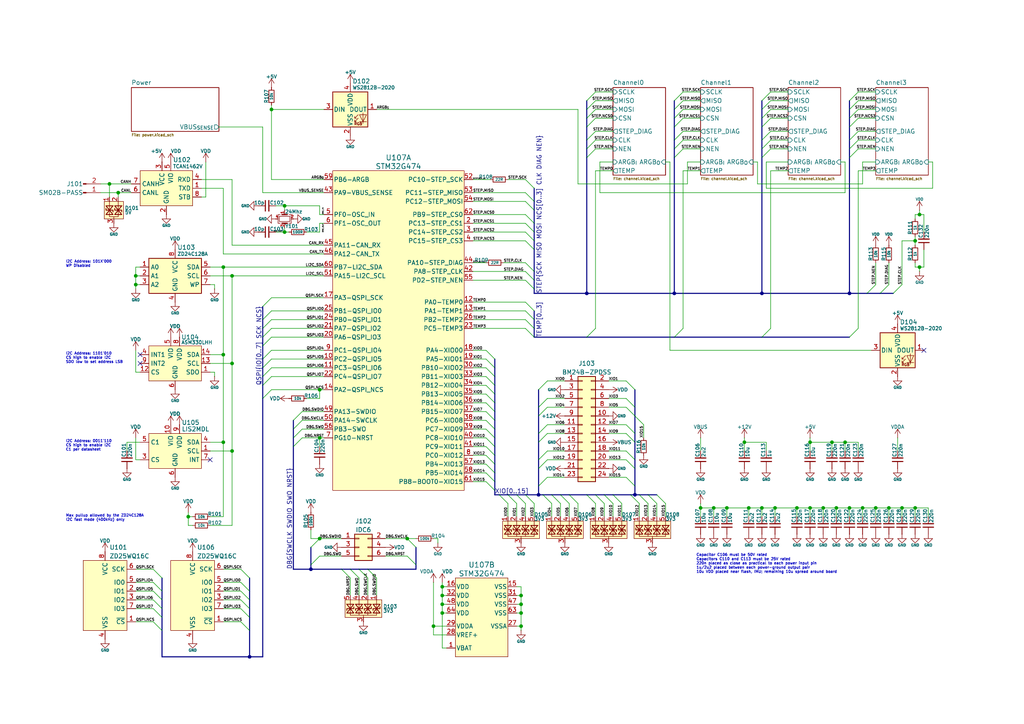
<source format=kicad_sch>
(kicad_sch (version 20250114) (generator "eeschema") (generator_version "9.0")
  (paper "A4")
  (text "I2C Address: 101X'000\nWP Disabled" (at 19.05 75.565 0) (effects (font (size 0.762 0.762)) (justify left top)))
  (text "Max pullup allowed by the ZD24C128A\nI2C fast mode (400kHz) only" (at 19.05 149.225 0) (effects (font (size 0.762 0.762)) (justify left top)))
  (text "I2C Address: 0011'110\nCS high to enable I2C\nC1 per datasheet" (at 19.05 127.635 0) (effects (font (size 0.762 0.762)) (justify left top)))
  (text "I2C Address: 1101'010\nCS high to enable I2C\nSDO low to set address LSB" (at 19.05 102.235 0) (effects (font (size 0.762 0.762)) (justify left top)))
  (text "Capacitor C106 must be 50V rated\nCapacitors C110 and C113 must be 25V rated\n220n placed as close as practical to each power input pin\n1u/2u2 placed between each power-ground output pair \n10u VDD placed near flash, IMU; remaining 10u spread around board" (at 201.93 160.655 0) (effects (font (size 0.762 0.762)) (justify left top)))
  (junction (at 82.55 67.31))
  (junction (at 67.31 130.81))
  (junction (at 195.58 85.09))
  (junction (at 238.76 147.32))
  (junction (at 265.43 69.85))
  (junction (at 34.29 55.88))
  (junction (at 234.95 128.27))
  (junction (at 92.71 156.21))
  (junction (at 64.77 102.87))
  (junction (at 151.13 175.26))
  (junction (at 220.98 85.09))
  (junction (at 254 147.32))
  (junction (at 151.13 177.8))
  (junction (at 207.01 147.32))
  (junction (at 128.27 175.26))
  (junction (at 184.15 143.51))
  (junction (at 261.62 147.32))
  (junction (at 170.18 85.09))
  (junction (at 128.27 170.18))
  (junction (at 215.9 128.27))
  (junction (at 64.77 77.47))
  (junction (at 54.61 149.86))
  (junction (at 224.79 147.32))
  (junction (at 242.57 147.32))
  (junction (at 39.37 80.01))
  (junction (at 203.2 147.32))
  (junction (at 151.13 172.72))
  (junction (at 257.81 147.32))
  (junction (at 128.27 172.72))
  (junction (at 92.71 127))
  (junction (at 231.14 147.32))
  (junction (at 234.95 147.32))
  (junction (at 118.11 156.21))
  (junction (at 246.38 85.09))
  (junction (at 241.3 128.27))
  (junction (at 92.71 113.03))
  (junction (at 210.82 147.32))
  (junction (at 265.43 147.32))
  (junction (at 90.17 165.1))
  (junction (at 266.7 77.47))
  (junction (at 266.7 62.23))
  (junction (at 72.39 190.5))
  (junction (at 39.37 82.55))
  (junction (at 245.11 128.27))
  (junction (at 78.74 31.75))
  (junction (at 246.38 147.32))
  (junction (at 125.73 181.61))
  (junction (at 156.21 143.51))
  (junction (at 31.75 53.34))
  (junction (at 151.13 181.61))
  (junction (at 250.19 147.32))
  (junction (at 67.31 80.01))
  (junction (at 220.98 147.32))
  (junction (at 128.27 177.8))
  (junction (at 82.55 59.69))
  (junction (at 217.17 147.32))
  (junction (at 64.77 128.27))
  (junction (at 67.31 105.41))
  (no_connect (at 40.64 102.87))
  (no_connect (at 40.64 105.41))
  (no_connect (at 60.96 133.35))
  (no_connect (at 267.97 101.6))
  (bus_entry (at 104.14 167.64) (size -2.54 -2.54))
  (bus_entry (at 181.61 125.73) (size 2.54 2.54))
  (bus_entry (at 246.38 40.64) (size 2.54 -2.54))
  (bus_entry (at 140.97 134.62) (size 2.54 2.54))
  (bus_entry (at 254 82.55) (size -2.54 2.54))
  (bus_entry (at 140.97 109.22) (size 2.54 2.54))
  (bus_entry (at 149.86 143.51) (size 2.54 2.54))
  (bus_entry (at 158.75 125.73) (size -2.54 2.54))
  (bus_entry (at 140.97 116.84) (size 2.54 2.54))
  (bus_entry (at 181.61 110.49) (size 2.54 2.54))
  (bus_entry (at 140.97 127) (size 2.54 2.54))
  (bus_entry (at 140.97 137.16) (size 2.54 2.54))
  (bus_entry (at 158.75 118.11) (size -2.54 2.54))
  (bus_entry (at 152.4 55.88) (size 2.54 2.54))
  (bus_entry (at 44.45 165.1) (size 2.54 2.54))
  (bus_entry (at 76.2 115.57) (size 2.54 -2.54))
  (bus_entry (at 140.97 139.7) (size 2.54 2.54))
  (bus_entry (at 152.4 95.25) (size 2.54 2.54))
  (bus_entry (at 172.72 26.67) (size -2.54 2.54))
  (bus_entry (at 198.12 34.29) (size -2.54 2.54))
  (bus_entry (at 85.09 127) (size 2.54 -2.54))
  (bus_entry (at 195.58 43.18) (size 2.54 -2.54))
  (bus_entry (at 158.75 130.81) (size -2.54 2.54))
  (bus_entry (at 92.71 156.21) (size -2.54 2.54))
  (bus_entry (at 140.97 101.6) (size 2.54 2.54))
  (bus_entry (at 181.61 123.19) (size 2.54 2.54))
  (bus_entry (at 223.52 29.21) (size -2.54 2.54))
  (bus_entry (at 69.85 168.91) (size 2.54 2.54))
  (bus_entry (at 76.2 88.9) (size 2.54 -2.54))
  (bus_entry (at 44.45 168.91) (size 2.54 2.54))
  (bus_entry (at 181.61 138.43) (size 2.54 2.54))
  (bus_entry (at 85.09 129.54) (size 2.54 -2.54))
  (bus_entry (at 172.72 31.75) (size -2.54 2.54))
  (bus_entry (at 181.61 118.11) (size 2.54 2.54))
  (bus_entry (at 181.61 130.81) (size 2.54 2.54))
  (bus_entry (at 175.26 143.51) (size 2.54 2.54))
  (bus_entry (at 223.52 31.75) (size -2.54 2.54))
  (bus_entry (at 140.97 121.92) (size 2.54 2.54))
  (bus_entry (at 261.62 82.55) (size -2.54 2.54))
  (bus_entry (at 152.4 62.23) (size 2.54 2.54))
  (bus_entry (at 158.75 123.19) (size -2.54 2.54))
  (bus_entry (at 92.71 161.29) (size -2.54 2.54))
  (bus_entry (at 248.92 29.21) (size -2.54 2.54))
  (bus_entry (at 76.2 92.71) (size 2.54 -2.54))
  (bus_entry (at 172.72 29.21) (size -2.54 2.54))
  (bus_entry (at 101.6 167.64) (size -2.54 -2.54))
  (bus_entry (at 248.92 95.25) (size -2.54 2.54))
  (bus_entry (at 158.75 138.43) (size -2.54 2.54))
  (bus_entry (at 76.2 95.25) (size 2.54 -2.54))
  (bus_entry (at 170.18 143.51) (size 2.54 2.54))
  (bus_entry (at 162.56 143.51) (size 2.54 2.54))
  (bus_entry (at 154.94 81.28) (size -2.54 -2.54))
  (bus_entry (at 109.22 167.64) (size -2.54 -2.54))
  (bus_entry (at 76.2 111.76) (size 2.54 -2.54))
  (bus_entry (at 152.4 67.31) (size 2.54 2.54))
  (bus_entry (at 152.4 69.85) (size 2.54 2.54))
  (bus_entry (at 182.88 143.51) (size 2.54 2.54))
  (bus_entry (at 220.98 40.64) (size 2.54 -2.54))
  (bus_entry (at 152.4 58.42) (size 2.54 2.54))
  (bus_entry (at 152.4 90.17) (size 2.54 2.54))
  (bus_entry (at 195.58 45.72) (size 2.54 -2.54))
  (bus_entry (at 69.85 171.45) (size 2.54 2.54))
  (bus_entry (at 140.97 119.38) (size 2.54 2.54))
  (bus_entry (at 220.98 45.72) (size 2.54 -2.54))
  (bus_entry (at 140.97 129.54) (size 2.54 2.54))
  (bus_entry (at 154.94 78.74) (size -2.54 -2.54))
  (bus_entry (at 158.75 115.57) (size -2.54 2.54))
  (bus_entry (at 187.96 143.51) (size 2.54 2.54))
  (bus_entry (at 220.98 43.18) (size 2.54 -2.54))
  (bus_entry (at 44.45 176.53) (size 2.54 2.54))
  (bus_entry (at 198.12 95.25) (size -2.54 2.54))
  (bus_entry (at 257.81 82.55) (size -2.54 2.54))
  (bus_entry (at 177.8 143.51) (size 2.54 2.54))
  (bus_entry (at 69.85 176.53) (size 2.54 2.54))
  (bus_entry (at 170.18 45.72) (size 2.54 -2.54))
  (bus_entry (at 223.52 26.67) (size -2.54 2.54))
  (bus_entry (at 144.78 143.51) (size 2.54 2.54))
  (bus_entry (at 118.11 161.29) (size 2.54 2.54))
  (bus_entry (at 172.72 95.25) (size -2.54 2.54))
  (bus_entry (at 223.52 95.25) (size -2.54 2.54))
  (bus_entry (at 223.52 34.29) (size -2.54 2.54))
  (bus_entry (at 152.4 87.63) (size 2.54 2.54))
  (bus_entry (at 248.92 26.67) (size -2.54 2.54))
  (bus_entry (at 76.2 109.22) (size 2.54 -2.54))
  (bus_entry (at 198.12 29.21) (size -2.54 2.54))
  (bus_entry (at 170.18 40.64) (size 2.54 -2.54))
  (bus_entry (at 140.97 104.14) (size 2.54 2.54))
  (bus_entry (at 85.09 124.46) (size 2.54 -2.54))
  (bus_entry (at 44.45 180.34) (size 2.54 2.54))
  (bus_entry (at 157.48 143.51) (size 2.54 2.54))
  (bus_entry (at 198.12 26.67) (size -2.54 2.54))
  (bus_entry (at 158.75 110.49) (size -2.54 2.54))
  (bus_entry (at 140.97 124.46) (size 2.54 2.54))
  (bus_entry (at 181.61 115.57) (size 2.54 2.54))
  (bus_entry (at 69.85 180.34) (size 2.54 2.54))
  (bus_entry (at 44.45 173.99) (size 2.54 2.54))
  (bus_entry (at 76.2 100.33) (size 2.54 -2.54))
  (bus_entry (at 76.2 106.68) (size 2.54 -2.54))
  (bus_entry (at 186.69 123.19) (size -2.54 -2.54))
  (bus_entry (at 246.38 45.72) (size 2.54 -2.54))
  (bus_entry (at 85.09 121.92) (size 2.54 -2.54))
  (bus_entry (at 246.38 43.18) (size 2.54 -2.54))
  (bus_entry (at 69.85 173.99) (size 2.54 2.54))
  (bus_entry (at 69.85 165.1) (size 2.54 2.54))
  (bus_entry (at 160.02 143.51) (size 2.54 2.54))
  (bus_entry (at 76.2 104.14) (size 2.54 -2.54))
  (bus_entry (at 248.92 34.29) (size -2.54 2.54))
  (bus_entry (at 185.42 143.51) (size 2.54 2.54))
  (bus_entry (at 248.92 31.75) (size -2.54 2.54))
  (bus_entry (at 140.97 132.08) (size 2.54 2.54))
  (bus_entry (at 165.1 143.51) (size 2.54 2.54))
  (bus_entry (at 152.4 52.07) (size 2.54 2.54))
  (bus_entry (at 76.2 97.79) (size 2.54 -2.54))
  (bus_entry (at 154.94 83.82) (size -2.54 -2.54))
  (bus_entry (at 44.45 171.45) (size 2.54 2.54))
  (bus_entry (at 152.4 143.51) (size 2.54 2.54))
  (bus_entry (at 195.58 40.64) (size 2.54 -2.54))
  (bus_entry (at 140.97 106.68) (size 2.54 2.54))
  (bus_entry (at 198.12 31.75) (size -2.54 2.54))
  (bus_entry (at 190.5 143.51) (size 2.54 2.54))
  (bus_entry (at 147.32 143.51) (size 2.54 2.54))
  (bus_entry (at 158.75 133.35) (size -2.54 2.54))
  (bus_entry (at 172.72 34.29) (size -2.54 2.54))
  (bus_entry (at 170.18 43.18) (size 2.54 -2.54))
  (bus_entry (at 140.97 111.76) (size 2.54 2.54))
  (bus_entry (at 140.97 114.3) (size 2.54 2.54))
  (bus_entry (at 118.11 156.21) (size 2.54 2.54))
  (bus_entry (at 172.72 143.51) (size 2.54 2.54))
  (bus_entry (at 152.4 64.77) (size 2.54 2.54))
  (bus_entry (at 152.4 92.71) (size 2.54 2.54))
  (bus_entry (at 106.68 167.64) (size -2.54 -2.54))
  (bus_entry (at 181.61 133.35) (size 2.54 2.54))
  (wire (pts (xy 261.62 69.85) (xy 261.62 82.55)))
  (bus (pts (xy 220.98 85.09) (xy 246.38 85.09)))
  (wire (pts (xy 109.22 167.64) (xy 109.22 172.72)))
  (wire (pts (xy 137.16 58.42) (xy 152.4 58.42)))
  (bus (pts (xy 76.2 100.33) (xy 76.2 104.14)))
  (wire (pts (xy 90.17 156.21) (xy 92.71 156.21)))
  (bus (pts (xy 143.51 124.46) (xy 143.51 127)))
  (bus (pts (xy 143.51 137.16) (xy 143.51 139.7)))
  (bus (pts (xy 46.99 190.5) (xy 72.39 190.5)))
  (wire (pts (xy 93.98 55.88) (xy 76.2 55.88)))
  (wire (pts (xy 69.85 180.34) (xy 64.77 180.34)))
  (wire (pts (xy 149.86 177.8) (xy 151.13 177.8)))
  (bus (pts (xy 106.68 165.1) (xy 120.65 165.1)))
  (wire (pts (xy 137.16 106.68) (xy 140.97 106.68)))
  (wire (pts (xy 62.23 107.95) (xy 62.23 109.22)))
  (bus (pts (xy 220.98 45.72) (xy 220.98 85.09)))
  (wire (pts (xy 129.54 181.61) (xy 125.73 181.61)))
  (bus (pts (xy 246.38 36.83) (xy 246.38 40.64)))
  (wire (pts (xy 60.96 102.87) (xy 64.77 102.87)))
  (bus (pts (xy 246.38 34.29) (xy 246.38 36.83)))
  (wire (pts (xy 87.63 119.38) (xy 93.98 119.38)))
  (bus (pts (xy 154.94 95.25) (xy 154.94 97.79)))
  (wire (pts (xy 147.32 146.05) (xy 147.32 149.86)))
  (wire (pts (xy 137.16 111.76) (xy 140.97 111.76)))
  (wire (pts (xy 207.01 149.86) (xy 207.01 147.32)))
  (wire (pts (xy 67.31 130.81) (xy 67.31 152.4)))
  (wire (pts (xy 248.92 26.67) (xy 254 26.67)))
  (wire (pts (xy 64.77 73.66) (xy 93.98 73.66)))
  (wire (pts (xy 39.37 82.55) (xy 39.37 83.82)))
  (wire (pts (xy 246.38 147.32) (xy 250.19 147.32)))
  (bus (pts (xy 195.58 34.29) (xy 195.58 36.83)))
  (wire (pts (xy 137.16 67.31) (xy 152.4 67.31)))
  (wire (pts (xy 265.43 69.85) (xy 265.43 71.12)))
  (wire (pts (xy 137.16 114.3) (xy 140.97 114.3)))
  (wire (pts (xy 172.72 38.1) (xy 177.8 38.1)))
  (wire (pts (xy 176.53 130.81) (xy 181.61 130.81)))
  (wire (pts (xy 266.7 60.96) (xy 266.7 62.23)))
  (bus (pts (xy 156.21 140.97) (xy 156.21 143.51)))
  (wire (pts (xy 93.98 62.23) (xy 92.71 62.23)))
  (wire (pts (xy 215.9 127) (xy 215.9 128.27)))
  (wire (pts (xy 152.4 146.05) (xy 152.4 149.86)))
  (bus (pts (xy 144.78 143.51) (xy 147.32 143.51)))
  (bus (pts (xy 72.39 167.64) (xy 72.39 171.45)))
  (wire (pts (xy 176.53 115.57) (xy 181.61 115.57)))
  (wire (pts (xy 172.72 40.64) (xy 177.8 40.64)))
  (wire (pts (xy 193.04 46.99) (xy 194.31 46.99)))
  (bus (pts (xy 72.39 190.5) (xy 72.39 182.88)))
  (bus (pts (xy 154.94 54.61) (xy 154.94 58.42)))
  (bus (pts (xy 149.86 143.51) (xy 152.4 143.51)))
  (wire (pts (xy 248.92 34.29) (xy 254 34.29)))
  (bus (pts (xy 162.56 143.51) (xy 165.1 143.51)))
  (wire (pts (xy 137.16 132.08) (xy 140.97 132.08)))
  (wire (pts (xy 60.96 107.95) (xy 62.23 107.95)))
  (wire (pts (xy 36.83 128.27) (xy 40.64 128.27)))
  (wire (pts (xy 185.42 146.05) (xy 185.42 149.86)))
  (wire (pts (xy 254 147.32) (xy 257.81 147.32)))
  (wire (pts (xy 67.31 105.41) (xy 67.31 130.81)))
  (wire (pts (xy 257.81 82.55) (xy 257.81 76.2)))
  (bus (pts (xy 143.51 119.38) (xy 143.51 121.92)))
  (bus (pts (xy 195.58 45.72) (xy 195.58 85.09)))
  (wire (pts (xy 172.72 29.21) (xy 177.8 29.21)))
  (wire (pts (xy 44.45 180.34) (xy 39.37 180.34)))
  (bus (pts (xy 184.15 113.03) (xy 184.15 118.11)))
  (wire (pts (xy 250.19 46.99) (xy 254 46.99)))
  (wire (pts (xy 163.83 118.11) (xy 158.75 118.11)))
  (wire (pts (xy 167.64 146.05) (xy 167.64 149.86)))
  (wire (pts (xy 187.96 146.05) (xy 187.96 149.86)))
  (wire (pts (xy 39.37 101.6) (xy 39.37 107.95)))
  (bus (pts (xy 246.38 45.72) (xy 246.38 85.09)))
  (wire (pts (xy 151.13 172.72) (xy 151.13 175.26)))
  (bus (pts (xy 154.94 97.79) (xy 170.18 97.79)))
  (wire (pts (xy 203.2 127) (xy 203.2 130.81)))
  (wire (pts (xy 39.37 80.01) (xy 39.37 82.55)))
  (bus (pts (xy 195.58 29.21) (xy 195.58 31.75)))
  (wire (pts (xy 54.61 152.4) (xy 54.61 149.86)))
  (wire (pts (xy 163.83 123.19) (xy 158.75 123.19)))
  (bus (pts (xy 184.15 128.27) (xy 184.15 133.35)))
  (wire (pts (xy 39.37 168.91) (xy 44.45 168.91)))
  (wire (pts (xy 82.55 67.31) (xy 83.82 67.31)))
  (bus (pts (xy 182.88 143.51) (xy 184.15 143.51)))
  (wire (pts (xy 173.99 55.88) (xy 173.99 46.99)))
  (wire (pts (xy 78.74 106.68) (xy 93.98 106.68)))
  (bus (pts (xy 184.15 135.89) (xy 184.15 140.97)))
  (wire (pts (xy 172.72 146.05) (xy 172.72 149.86)))
  (wire (pts (xy 223.52 38.1) (xy 228.6 38.1)))
  (wire (pts (xy 137.16 55.88) (xy 152.4 55.88)))
  (bus (pts (xy 143.51 104.14) (xy 143.51 106.68)))
  (bus (pts (xy 85.09 129.54) (xy 85.09 165.1)))
  (wire (pts (xy 199.39 53.34) (xy 199.39 46.99)))
  (wire (pts (xy 220.98 149.86) (xy 220.98 147.32)))
  (wire (pts (xy 60.96 82.55) (xy 62.23 82.55)))
  (wire (pts (xy 172.72 43.18) (xy 177.8 43.18)))
  (wire (pts (xy 149.86 175.26) (xy 151.13 175.26)))
  (wire (pts (xy 261.62 147.32) (xy 265.43 147.32)))
  (bus (pts (xy 156.21 125.73) (xy 156.21 128.27)))
  (bus (pts (xy 143.51 114.3) (xy 143.51 116.84)))
  (bus (pts (xy 143.51 139.7) (xy 143.51 142.24)))
  (wire (pts (xy 125.73 168.91) (xy 125.73 181.61)))
  (bus (pts (xy 195.58 97.79) (xy 220.98 97.79)))
  (wire (pts (xy 198.12 49.53) (xy 203.2 49.53)))
  (wire (pts (xy 55.88 152.4) (xy 54.61 152.4)))
  (wire (pts (xy 64.77 73.66) (xy 64.77 54.61)))
  (wire (pts (xy 266.7 62.23) (xy 265.43 62.23)))
  (wire (pts (xy 29.21 55.88) (xy 34.29 55.88)))
  (wire (pts (xy 129.54 177.8) (xy 128.27 177.8)))
  (wire (pts (xy 223.52 29.21) (xy 228.6 29.21)))
  (bus (pts (xy 195.58 31.75) (xy 195.58 34.29)))
  (wire (pts (xy 67.31 80.01) (xy 93.98 80.01)))
  (wire (pts (xy 137.16 78.74) (xy 152.4 78.74)))
  (wire (pts (xy 31.75 53.34) (xy 31.75 57.15)))
  (wire (pts (xy 78.74 90.17) (xy 93.98 90.17)))
  (wire (pts (xy 176.53 133.35) (xy 181.61 133.35)))
  (wire (pts (xy 67.31 71.12) (xy 67.31 52.07)))
  (wire (pts (xy 266.7 77.47) (xy 265.43 77.47)))
  (bus (pts (xy 220.98 34.29) (xy 220.98 36.83)))
  (wire (pts (xy 257.81 147.32) (xy 261.62 147.32)))
  (wire (pts (xy 90.17 153.67) (xy 90.17 156.21)))
  (wire (pts (xy 125.73 181.61) (xy 125.73 184.15)))
  (wire (pts (xy 78.74 101.6) (xy 93.98 101.6)))
  (bus (pts (xy 90.17 163.83) (xy 90.17 165.1)))
  (wire (pts (xy 76.2 36.83) (xy 63.5 36.83)))
  (bus (pts (xy 154.94 67.31) (xy 154.94 69.85)))
  (wire (pts (xy 260.35 127) (xy 260.35 130.81)))
  (bus (pts (xy 156.21 120.65) (xy 156.21 125.73)))
  (wire (pts (xy 44.45 165.1) (xy 39.37 165.1)))
  (wire (pts (xy 29.21 53.34) (xy 31.75 53.34)))
  (bus (pts (xy 154.94 72.39) (xy 154.94 78.74)))
  (wire (pts (xy 270.51 54.61) (xy 222.25 54.61)))
  (wire (pts (xy 78.74 86.36) (xy 93.98 86.36)))
  (wire (pts (xy 210.82 149.86) (xy 210.82 147.32)))
  (bus (pts (xy 246.38 31.75) (xy 246.38 34.29)))
  (bus (pts (xy 170.18 143.51) (xy 172.72 143.51)))
  (wire (pts (xy 137.16 116.84) (xy 140.97 116.84)))
  (wire (pts (xy 194.31 46.99) (xy 194.31 101.6)))
  (wire (pts (xy 137.16 124.46) (xy 140.97 124.46)))
  (wire (pts (xy 151.13 175.26) (xy 151.13 177.8)))
  (bus (pts (xy 154.94 85.09) (xy 154.94 83.82)))
  (wire (pts (xy 92.71 113.03) (xy 93.98 113.03)))
  (bus (pts (xy 120.65 163.83) (xy 120.65 165.1)))
  (wire (pts (xy 269.24 46.99) (xy 270.51 46.99)))
  (wire (pts (xy 257.81 149.86) (xy 257.81 147.32)))
  (wire (pts (xy 223.52 40.64) (xy 228.6 40.64)))
  (bus (pts (xy 143.51 127) (xy 143.51 129.54)))
  (bus (pts (xy 175.26 143.51) (xy 177.8 143.51)))
  (bus (pts (xy 184.15 143.51) (xy 185.42 143.51)))
  (wire (pts (xy 167.64 31.75) (xy 167.64 53.34)))
  (wire (pts (xy 172.72 31.75) (xy 177.8 31.75)))
  (wire (pts (xy 224.79 147.32) (xy 231.14 147.32)))
  (bus (pts (xy 184.15 120.65) (xy 184.15 125.73)))
  (wire (pts (xy 242.57 147.32) (xy 246.38 147.32)))
  (bus (pts (xy 170.18 97.79) (xy 195.58 97.79)))
  (wire (pts (xy 58.42 57.15) (xy 59.69 57.15)))
  (wire (pts (xy 106.68 167.64) (xy 106.68 172.72)))
  (wire (pts (xy 92.71 115.57) (xy 92.71 113.03)))
  (wire (pts (xy 248.92 49.53) (xy 254 49.53)))
  (wire (pts (xy 180.34 146.05) (xy 180.34 149.86)))
  (wire (pts (xy 163.83 133.35) (xy 158.75 133.35)))
  (wire (pts (xy 34.29 55.88) (xy 38.1 55.88)))
  (bus (pts (xy 46.99 179.07) (xy 46.99 182.88)))
  (wire (pts (xy 39.37 133.35) (xy 40.64 133.35)))
  (wire (pts (xy 149.86 172.72) (xy 151.13 172.72)))
  (wire (pts (xy 92.71 161.29) (xy 99.06 161.29)))
  (wire (pts (xy 245.11 46.99) (xy 245.11 55.88)))
  (wire (pts (xy 78.74 104.14) (xy 93.98 104.14)))
  (bus (pts (xy 187.96 143.51) (xy 190.5 143.51)))
  (bus (pts (xy 185.42 143.51) (xy 187.96 143.51)))
  (bus (pts (xy 154.94 85.09) (xy 170.18 85.09)))
  (wire (pts (xy 60.96 80.01) (xy 67.31 80.01)))
  (wire (pts (xy 64.77 54.61) (xy 58.42 54.61)))
  (wire (pts (xy 64.77 168.91) (xy 69.85 168.91)))
  (wire (pts (xy 92.71 156.21) (xy 99.06 156.21)))
  (bus (pts (xy 220.98 29.21) (xy 220.98 31.75)))
  (bus (pts (xy 184.15 125.73) (xy 184.15 128.27)))
  (wire (pts (xy 76.2 55.88) (xy 76.2 36.83)))
  (bus (pts (xy 170.18 40.64) (xy 170.18 43.18)))
  (bus (pts (xy 85.09 121.92) (xy 85.09 124.46)))
  (bus (pts (xy 172.72 143.51) (xy 175.26 143.51)))
  (bus (pts (xy 76.2 111.76) (xy 76.2 109.22)))
  (bus (pts (xy 85.09 127) (xy 85.09 129.54)))
  (wire (pts (xy 234.95 128.27) (xy 241.3 128.27)))
  (wire (pts (xy 88.9 115.57) (xy 92.71 115.57)))
  (wire (pts (xy 176.53 110.49) (xy 181.61 110.49)))
  (wire (pts (xy 267.97 62.23) (xy 267.97 67.31)))
  (wire (pts (xy 39.37 77.47) (xy 39.37 80.01)))
  (wire (pts (xy 64.77 77.47) (xy 93.98 77.47)))
  (wire (pts (xy 234.95 149.86) (xy 234.95 147.32)))
  (wire (pts (xy 80.01 59.69) (xy 82.55 59.69)))
  (bus (pts (xy 76.2 109.22) (xy 76.2 106.68)))
  (wire (pts (xy 241.3 128.27) (xy 245.11 128.27)))
  (wire (pts (xy 198.12 31.75) (xy 203.2 31.75)))
  (bus (pts (xy 154.94 83.82) (xy 154.94 81.28)))
  (wire (pts (xy 137.16 134.62) (xy 140.97 134.62)))
  (wire (pts (xy 137.16 92.71) (xy 152.4 92.71)))
  (bus (pts (xy 195.58 85.09) (xy 170.18 85.09)))
  (bus (pts (xy 220.98 97.79) (xy 246.38 97.79)))
  (wire (pts (xy 163.83 125.73) (xy 158.75 125.73)))
  (wire (pts (xy 128.27 172.72) (xy 129.54 172.72)))
  (wire (pts (xy 220.98 147.32) (xy 224.79 147.32)))
  (wire (pts (xy 248.92 130.81) (xy 248.92 128.27)))
  (wire (pts (xy 82.55 66.04) (xy 82.55 67.31)))
  (wire (pts (xy 162.56 146.05) (xy 162.56 149.86)))
  (wire (pts (xy 172.72 49.53) (xy 172.72 95.25)))
  (wire (pts (xy 222.25 130.81) (xy 222.25 128.27)))
  (wire (pts (xy 267.97 72.39) (xy 267.97 77.47)))
  (wire (pts (xy 137.16 101.6) (xy 140.97 101.6)))
  (wire (pts (xy 64.77 128.27) (xy 64.77 149.86)))
  (wire (pts (xy 78.74 109.22) (xy 93.98 109.22)))
  (wire (pts (xy 60.96 130.81) (xy 67.31 130.81)))
  (bus (pts (xy 154.94 81.28) (xy 154.94 78.74)))
  (wire (pts (xy 78.74 52.07) (xy 78.74 31.75)))
  (wire (pts (xy 176.53 118.11) (xy 181.61 118.11)))
  (wire (pts (xy 151.13 181.61) (xy 151.13 182.88)))
  (wire (pts (xy 137.16 127) (xy 140.97 127)))
  (wire (pts (xy 118.11 156.21) (xy 120.65 156.21)))
  (wire (pts (xy 125.73 184.15) (xy 129.54 184.15)))
  (wire (pts (xy 146.05 76.2) (xy 152.4 76.2)))
  (wire (pts (xy 62.23 82.55) (xy 62.23 83.82)))
  (bus (pts (xy 76.2 92.71) (xy 76.2 95.25)))
  (wire (pts (xy 137.16 129.54) (xy 140.97 129.54)))
  (wire (pts (xy 60.96 77.47) (xy 64.77 77.47)))
  (bus (pts (xy 147.32 143.51) (xy 149.86 143.51)))
  (bus (pts (xy 72.39 176.53) (xy 72.39 179.07)))
  (bus (pts (xy 156.21 128.27) (xy 156.21 133.35)))
  (bus (pts (xy 152.4 143.51) (xy 156.21 143.51)))
  (bus (pts (xy 170.18 34.29) (xy 170.18 36.83)))
  (wire (pts (xy 137.16 139.7) (xy 140.97 139.7)))
  (wire (pts (xy 128.27 172.72) (xy 128.27 175.26)))
  (bus (pts (xy 143.51 132.08) (xy 143.51 134.62)))
  (bus (pts (xy 154.94 92.71) (xy 154.94 95.25)))
  (wire (pts (xy 78.74 95.25) (xy 93.98 95.25)))
  (bus (pts (xy 143.51 142.24) (xy 143.51 143.51)))
  (wire (pts (xy 92.71 127) (xy 93.98 127)))
  (wire (pts (xy 163.83 115.57) (xy 158.75 115.57)))
  (wire (pts (xy 203.2 146.05) (xy 203.2 147.32)))
  (wire (pts (xy 128.27 175.26) (xy 129.54 175.26)))
  (wire (pts (xy 248.92 43.18) (xy 254 43.18)))
  (wire (pts (xy 223.52 26.67) (xy 228.6 26.67)))
  (bus (pts (xy 143.51 129.54) (xy 143.51 132.08)))
  (wire (pts (xy 64.77 173.99) (xy 69.85 173.99)))
  (wire (pts (xy 172.72 34.29) (xy 177.8 34.29)))
  (wire (pts (xy 173.99 46.99) (xy 177.8 46.99)))
  (wire (pts (xy 127 156.21) (xy 127 157.48)))
  (wire (pts (xy 223.52 34.29) (xy 228.6 34.29)))
  (wire (pts (xy 234.95 147.32) (xy 238.76 147.32)))
  (bus (pts (xy 170.18 36.83) (xy 170.18 40.64)))
  (wire (pts (xy 231.14 149.86) (xy 231.14 147.32)))
  (wire (pts (xy 137.16 87.63) (xy 152.4 87.63)))
  (bus (pts (xy 143.51 106.68) (xy 143.51 109.22)))
  (bus (pts (xy 46.99 190.5) (xy 46.99 182.88)))
  (wire (pts (xy 238.76 149.86) (xy 238.76 147.32)))
  (bus (pts (xy 255.27 85.09) (xy 259.08 85.09)))
  (wire (pts (xy 82.55 59.69) (xy 82.55 60.96)))
  (wire (pts (xy 215.9 128.27) (xy 215.9 130.81)))
  (bus (pts (xy 220.98 40.64) (xy 220.98 43.18)))
  (bus (pts (xy 154.94 58.42) (xy 154.94 60.96)))
  (bus (pts (xy 184.15 140.97) (xy 184.15 143.51)))
  (wire (pts (xy 87.63 127) (xy 92.71 127)))
  (bus (pts (xy 170.18 43.18) (xy 170.18 45.72)))
  (wire (pts (xy 137.16 95.25) (xy 152.4 95.25)))
  (wire (pts (xy 198.12 38.1) (xy 203.2 38.1)))
  (wire (pts (xy 243.84 46.99) (xy 245.11 46.99)))
  (wire (pts (xy 149.86 170.18) (xy 151.13 170.18)))
  (bus (pts (xy 104.14 165.1) (xy 101.6 165.1)))
  (wire (pts (xy 267.97 62.23) (xy 266.7 62.23)))
  (bus (pts (xy 46.99 167.64) (xy 46.99 171.45)))
  (wire (pts (xy 60.96 152.4) (xy 67.31 152.4)))
  (bus (pts (xy 72.39 179.07) (xy 72.39 182.88)))
  (wire (pts (xy 78.74 92.71) (xy 93.98 92.71)))
  (bus (pts (xy 246.38 85.09) (xy 251.46 85.09)))
  (wire (pts (xy 59.69 57.15) (xy 59.69 46.99)))
  (wire (pts (xy 234.95 128.27) (xy 234.95 130.81)))
  (wire (pts (xy 55.88 149.86) (xy 54.61 149.86)))
  (wire (pts (xy 128.27 175.26) (xy 128.27 177.8)))
  (wire (pts (xy 39.37 173.99) (xy 44.45 173.99)))
  (bus (pts (xy 156.21 113.03) (xy 156.21 118.11)))
  (wire (pts (xy 137.16 104.14) (xy 140.97 104.14)))
  (wire (pts (xy 137.16 76.2) (xy 140.97 76.2)))
  (wire (pts (xy 137.16 69.85) (xy 152.4 69.85)))
  (wire (pts (xy 223.52 49.53) (xy 228.6 49.53)))
  (bus (pts (xy 143.51 116.84) (xy 143.51 119.38)))
  (wire (pts (xy 250.19 147.32) (xy 254 147.32)))
  (wire (pts (xy 241.3 130.81) (xy 241.3 128.27)))
  (wire (pts (xy 39.37 171.45) (xy 44.45 171.45)))
  (wire (pts (xy 222.25 46.99) (xy 228.6 46.99)))
  (wire (pts (xy 190.5 146.05) (xy 190.5 149.86)))
  (bus (pts (xy 184.15 118.11) (xy 184.15 120.65)))
  (bus (pts (xy 156.21 133.35) (xy 156.21 135.89)))
  (wire (pts (xy 176.53 123.19) (xy 181.61 123.19)))
  (wire (pts (xy 31.75 53.34) (xy 38.1 53.34)))
  (wire (pts (xy 254 149.86) (xy 254 147.32)))
  (wire (pts (xy 128.27 170.18) (xy 128.27 172.72)))
  (bus (pts (xy 143.51 109.22) (xy 143.51 111.76)))
  (bus (pts (xy 76.2 190.5) (xy 76.2 115.57)))
  (bus (pts (xy 90.17 158.75) (xy 90.17 163.83)))
  (wire (pts (xy 36.83 128.27) (xy 36.83 130.81)))
  (wire (pts (xy 210.82 147.32) (xy 217.17 147.32)))
  (bus (pts (xy 251.46 85.09) (xy 255.27 85.09)))
  (wire (pts (xy 245.11 55.88) (xy 173.99 55.88)))
  (wire (pts (xy 231.14 147.32) (xy 234.95 147.32)))
  (bus (pts (xy 76.2 190.5) (xy 72.39 190.5)))
  (wire (pts (xy 203.2 147.32) (xy 207.01 147.32)))
  (wire (pts (xy 39.37 77.47) (xy 40.64 77.47)))
  (bus (pts (xy 156.21 135.89) (xy 156.21 140.97)))
  (wire (pts (xy 248.92 40.64) (xy 254 40.64)))
  (wire (pts (xy 137.16 121.92) (xy 140.97 121.92)))
  (wire (pts (xy 82.55 67.31) (xy 80.01 67.31)))
  (wire (pts (xy 147.32 52.07) (xy 152.4 52.07)))
  (bus (pts (xy 170.18 45.72) (xy 170.18 85.09)))
  (bus (pts (xy 154.94 90.17) (xy 154.94 92.71)))
  (bus (pts (xy 220.98 43.18) (xy 220.98 45.72)))
  (wire (pts (xy 40.64 80.01) (xy 39.37 80.01)))
  (wire (pts (xy 92.71 64.77) (xy 93.98 64.77)))
  (bus (pts (xy 220.98 36.83) (xy 220.98 40.64)))
  (wire (pts (xy 242.57 149.86) (xy 242.57 147.32)))
  (wire (pts (xy 224.79 149.86) (xy 224.79 147.32)))
  (wire (pts (xy 64.77 77.47) (xy 64.77 102.87)))
  (wire (pts (xy 149.86 146.05) (xy 149.86 149.86)))
  (wire (pts (xy 175.26 146.05) (xy 175.26 149.86)))
  (bus (pts (xy 156.21 118.11) (xy 156.21 120.65)))
  (bus (pts (xy 143.51 143.51) (xy 144.78 143.51)))
  (wire (pts (xy 203.2 147.32) (xy 203.2 149.86)))
  (wire (pts (xy 60.96 149.86) (xy 64.77 149.86)))
  (wire (pts (xy 109.22 31.75) (xy 167.64 31.75)))
  (bus (pts (xy 170.18 31.75) (xy 170.18 34.29)))
  (wire (pts (xy 217.17 147.32) (xy 220.98 147.32)))
  (wire (pts (xy 82.55 59.69) (xy 92.71 59.69)))
  (wire (pts (xy 167.64 53.34) (xy 199.39 53.34)))
  (wire (pts (xy 40.64 107.95) (xy 39.37 107.95)))
  (wire (pts (xy 111.76 156.21) (xy 118.11 156.21)))
  (wire (pts (xy 163.83 130.81) (xy 158.75 130.81)))
  (wire (pts (xy 193.04 146.05) (xy 193.04 149.86)))
  (bus (pts (xy 76.2 88.9) (xy 76.2 92.71)))
  (wire (pts (xy 128.27 177.8) (xy 128.27 187.96)))
  (wire (pts (xy 142.24 52.07) (xy 137.16 52.07)))
  (bus (pts (xy 46.99 176.53) (xy 46.99 179.07)))
  (wire (pts (xy 248.92 31.75) (xy 254 31.75)))
  (wire (pts (xy 137.16 137.16) (xy 140.97 137.16)))
  (wire (pts (xy 69.85 165.1) (xy 64.77 165.1)))
  (wire (pts (xy 78.74 113.03) (xy 92.71 113.03)))
  (wire (pts (xy 248.92 49.53) (xy 248.92 95.25)))
  (wire (pts (xy 137.16 109.22) (xy 140.97 109.22)))
  (bus (pts (xy 72.39 171.45) (xy 72.39 173.99)))
  (wire (pts (xy 217.17 149.86) (xy 217.17 147.32)))
  (bus (pts (xy 76.2 100.33) (xy 76.2 97.79)))
  (wire (pts (xy 60.96 105.41) (xy 67.31 105.41)))
  (wire (pts (xy 245.11 130.81) (xy 245.11 128.27)))
  (wire (pts (xy 222.25 54.61) (xy 222.25 46.99)))
  (bus (pts (xy 157.48 143.51) (xy 160.02 143.51)))
  (wire (pts (xy 128.27 187.96) (xy 129.54 187.96)))
  (bus (pts (xy 101.6 165.1) (xy 99.06 165.1)))
  (bus (pts (xy 156.21 143.51) (xy 157.48 143.51)))
  (bus (pts (xy 154.94 60.96) (xy 154.94 64.77)))
  (wire (pts (xy 60.96 128.27) (xy 64.77 128.27)))
  (wire (pts (xy 151.13 177.8) (xy 151.13 181.61)))
  (bus (pts (xy 143.51 134.62) (xy 143.51 137.16)))
  (wire (pts (xy 270.51 46.99) (xy 270.51 54.61)))
  (wire (pts (xy 219.71 53.34) (xy 250.19 53.34)))
  (wire (pts (xy 93.98 52.07) (xy 78.74 52.07)))
  (bus (pts (xy 154.94 64.77) (xy 154.94 67.31)))
  (wire (pts (xy 172.72 26.67) (xy 177.8 26.67)))
  (wire (pts (xy 34.29 55.88) (xy 34.29 57.15)))
  (wire (pts (xy 218.44 46.99) (xy 219.71 46.99)))
  (wire (pts (xy 39.37 127) (xy 39.37 133.35)))
  (wire (pts (xy 87.63 121.92) (xy 93.98 121.92)))
  (wire (pts (xy 176.53 125.73) (xy 181.61 125.73)))
  (bus (pts (xy 46.99 171.45) (xy 46.99 173.99)))
  (wire (pts (xy 223.52 49.53) (xy 223.52 95.25)))
  (wire (pts (xy 254 82.55) (xy 254 76.2)))
  (wire (pts (xy 160.02 146.05) (xy 160.02 149.86)))
  (wire (pts (xy 250.19 53.34) (xy 250.19 46.99)))
  (bus (pts (xy 154.94 69.85) (xy 154.94 72.39)))
  (bus (pts (xy 195.58 85.09) (xy 220.98 85.09)))
  (wire (pts (xy 198.12 26.67) (xy 203.2 26.67)))
  (wire (pts (xy 64.77 171.45) (xy 69.85 171.45)))
  (wire (pts (xy 194.31 101.6) (xy 252.73 101.6)))
  (wire (pts (xy 165.1 146.05) (xy 165.1 149.86)))
  (bus (pts (xy 170.18 29.21) (xy 170.18 31.75)))
  (bus (pts (xy 76.2 104.14) (xy 76.2 106.68)))
  (wire (pts (xy 137.16 90.17) (xy 152.4 90.17)))
  (bus (pts (xy 177.8 143.51) (xy 182.88 143.51)))
  (wire (pts (xy 177.8 146.05) (xy 177.8 149.86)))
  (bus (pts (xy 195.58 40.64) (xy 195.58 43.18)))
  (wire (pts (xy 198.12 40.64) (xy 203.2 40.64)))
  (wire (pts (xy 111.76 161.29) (xy 118.11 161.29)))
  (wire (pts (xy 40.64 82.55) (xy 39.37 82.55)))
  (wire (pts (xy 104.14 167.64) (xy 104.14 172.72)))
  (wire (pts (xy 186.69 123.19) (xy 186.69 127)))
  (wire (pts (xy 87.63 124.46) (xy 93.98 124.46)))
  (wire (pts (xy 265.43 69.85) (xy 261.62 69.85)))
  (wire (pts (xy 154.94 146.05) (xy 154.94 149.86)))
  (bus (pts (xy 246.38 43.18) (xy 246.38 45.72)))
  (wire (pts (xy 223.52 43.18) (xy 228.6 43.18)))
  (wire (pts (xy 163.83 110.49) (xy 158.75 110.49)))
  (wire (pts (xy 78.74 30.48) (xy 78.74 31.75)))
  (wire (pts (xy 67.31 80.01) (xy 67.31 105.41)))
  (bus (pts (xy 99.06 165.1) (xy 90.17 165.1)))
  (wire (pts (xy 250.19 149.86) (xy 250.19 147.32)))
  (wire (pts (xy 198.12 29.21) (xy 203.2 29.21)))
  (wire (pts (xy 137.16 64.77) (xy 152.4 64.77)))
  (bus (pts (xy 85.09 124.46) (xy 85.09 127)))
  (wire (pts (xy 219.71 46.99) (xy 219.71 53.34)))
  (wire (pts (xy 176.53 138.43) (xy 181.61 138.43)))
  (wire (pts (xy 64.77 102.87) (xy 64.77 128.27)))
  (wire (pts (xy 265.43 147.32) (xy 269.24 147.32)))
  (wire (pts (xy 248.92 29.21) (xy 254 29.21)))
  (wire (pts (xy 265.43 149.86) (xy 265.43 147.32)))
  (wire (pts (xy 248.92 38.1) (xy 254 38.1)))
  (bus (pts (xy 76.2 95.25) (xy 76.2 97.79)))
  (wire (pts (xy 128.27 170.18) (xy 129.54 170.18)))
  (bus (pts (xy 165.1 143.51) (xy 170.18 143.51)))
  (wire (pts (xy 137.16 119.38) (xy 140.97 119.38)))
  (wire (pts (xy 234.95 127) (xy 234.95 128.27)))
  (wire (pts (xy 92.71 67.31) (xy 92.71 64.77)))
  (wire (pts (xy 93.98 71.12) (xy 67.31 71.12)))
  (wire (pts (xy 78.74 31.75) (xy 93.98 31.75)))
  (wire (pts (xy 199.39 46.99) (xy 203.2 46.99)))
  (bus (pts (xy 106.68 165.1) (xy 104.14 165.1)))
  (wire (pts (xy 198.12 43.18) (xy 203.2 43.18)))
  (wire (pts (xy 101.6 167.64) (xy 101.6 172.72)))
  (wire (pts (xy 266.7 77.47) (xy 266.7 78.74)))
  (wire (pts (xy 137.16 81.28) (xy 152.4 81.28)))
  (wire (pts (xy 265.43 68.58) (xy 265.43 69.85)))
  (wire (pts (xy 151.13 170.18) (xy 151.13 172.72)))
  (bus (pts (xy 195.58 43.18) (xy 195.58 45.72)))
  (wire (pts (xy 265.43 77.47) (xy 265.43 76.2)))
  (wire (pts (xy 64.77 176.53) (xy 69.85 176.53)))
  (wire (pts (xy 223.52 31.75) (xy 228.6 31.75)))
  (bus (pts (xy 220.98 31.75) (xy 220.98 34.29)))
  (wire (pts (xy 163.83 138.43) (xy 158.75 138.43)))
  (bus (pts (xy 184.15 133.35) (xy 184.15 135.89)))
  (bus (pts (xy 76.2 115.57) (xy 76.2 111.76)))
  (wire (pts (xy 269.24 149.86) (xy 269.24 147.32)))
  (wire (pts (xy 149.86 181.61) (xy 151.13 181.61)))
  (bus (pts (xy 46.99 173.99) (xy 46.99 176.53)))
  (wire (pts (xy 267.97 77.47) (xy 266.7 77.47)))
  (wire (pts (xy 265.43 62.23) (xy 265.43 63.5)))
  (wire (pts (xy 125.73 156.21) (xy 127 156.21)))
  (wire (pts (xy 137.16 62.23) (xy 152.4 62.23)))
  (bus (pts (xy 246.38 29.21) (xy 246.38 31.75)))
  (bus (pts (xy 143.51 111.76) (xy 143.51 114.3)))
  (wire (pts (xy 92.71 62.23) (xy 92.71 59.69)))
  (wire (pts (xy 54.61 149.86) (xy 54.61 148.59)))
  (bus (pts (xy 246.38 40.64) (xy 246.38 43.18)))
  (wire (pts (xy 78.74 97.79) (xy 93.98 97.79)))
  (wire (pts (xy 92.71 127) (xy 92.71 129.54)))
  (bus (pts (xy 72.39 173.99) (xy 72.39 176.53)))
  (bus (pts (xy 90.17 165.1) (xy 85.09 165.1)))
  (bus (pts (xy 143.51 121.92) (xy 143.51 124.46)))
  (wire (pts (xy 261.62 149.86) (xy 261.62 147.32)))
  (wire (pts (xy 88.9 67.31) (xy 92.71 67.31)))
  (wire (pts (xy 39.37 176.53) (xy 44.45 176.53)))
  (wire (pts (xy 215.9 128.27) (xy 222.25 128.27)))
  (wire (pts (xy 128.27 168.91) (xy 128.27 170.18)))
  (bus (pts (xy 160.02 143.51) (xy 162.56 143.51)))
  (wire (pts (xy 245.11 128.27) (xy 248.92 128.27)))
  (bus (pts (xy 195.58 36.83) (xy 195.58 40.64)))
  (wire (pts (xy 238.76 147.32) (xy 242.57 147.32)))
  (wire (pts (xy 58.42 52.07) (xy 67.31 52.07)))
  (wire (pts (xy 207.01 147.32) (xy 210.82 147.32)))
  (wire (pts (xy 246.38 149.86) (xy 246.38 147.32)))
  (wire (pts (xy 198.12 34.29) (xy 203.2 34.29)))
  (bus (pts (xy 120.65 158.75) (xy 120.65 163.83)))
  (wire (pts (xy 172.72 49.53) (xy 177.8 49.53)))
  (wire (pts (xy 198.12 49.53) (xy 198.12 95.25)))
  (label "STEP.NCS0" (at 137.16 62.23 0) (effects (font (size 0.762 0.762))))
  (label "DBG.NRST" (at 101.6 172.72 90) (effects (font (size 0.762 0.762))))
  (label "STEP{SCK MISO MOSI NCS[0..3] CLK DIAG NEN}" (at 157.48 85.09 90))
  (label "XIO0" (at 147.32 149.86 90) (effects (font (size 0.762 0.762))))
  (label "QSPI.SCK" (at 64.77 165.1 0) (effects (font (size 0.762 0.762))))
  (label "XIO9" (at 175.26 149.86 90) (effects (font (size 0.762 0.762))))
  (label "XIO2" (at 137.16 106.68 0) (effects (font (size 0.762 0.762))))
  (label "DBG.SWCLK" (at 111.76 156.21 0) (effects (font (size 0.762 0.762))))
  (label "STEP_CLK_UT" (at 137.16 76.2 0) (effects (font (size 0.381 0.381))))
  (label "XIO0" (at 163.83 110.49 180) (effects (font (size 0.762 0.762))))
  (label "XIO0" (at 137.16 101.6 0) (effects (font (size 0.762 0.762))))
  (label "XIO8" (at 137.16 121.92 0) (effects (font (size 0.762 0.762))))
  (label "STEP.NCS1" (at 203.2 34.29 180) (effects (font (size 0.762 0.762))))
  (label "STEP.MISO" (at 228.6 29.21 180) (effects (font (size 0.762 0.762))))
  (label "STEP.DIAG" (at 228.6 38.1 180) (effects (font (size 0.762 0.762))))
  (label "XIO7" (at 167.64 149.86 90) (effects (font (size 0.762 0.762))))
  (label "OSC_OUT" (at 93.98 64.77 270) (effects (font (size 0.381 0.381))))
  (label "QSPI.NCS" (at 64.77 180.34 0) (effects (font (size 0.762 0.762))))
  (label "XIO1" (at 176.53 110.49 0) (effects (font (size 0.762 0.762))))
  (label "XIO4" (at 163.83 118.11 180) (effects (font (size 0.762 0.762))))
  (label "QSPI.IO2" (at 93.98 95.25 180) (effects (font (size 0.762 0.762))))
  (label "STEP.NCS2" (at 228.6 34.29 180) (effects (font (size 0.762 0.762))))
  (label "STEP.DIAG" (at 203.2 38.1 180) (effects (font (size 0.762 0.762))))
  (label "OSC_OUT_L" (at 82.55 67.31 180) (effects (font (size 0.381 0.381))))
  (label "STEP.NCS0" (at 177.8 34.29 180) (effects (font (size 0.762 0.762))))
  (label "STEP.NCS2" (at 137.16 67.31 0) (effects (font (size 0.762 0.762))))
  (label "DBG.SWCLK" (at 93.98 121.92 180) (effects (font (size 0.762 0.762))))
  (label "TEMP3" (at 254 49.53 180) (effects (font (size 0.762 0.762))))
  (label "STEP.DIAG" (at 257.81 82.55 90) (effects (font (size 0.762 0.762))))
  (label "STEP.MISO" (at 254 29.21 180) (effects (font (size 0.762 0.762))))
  (label "XIO10" (at 177.8 149.86 90) (effects (font (size 0.762 0.762))))
  (label "XIO9" (at 137.16 124.46 0) (effects (font (size 0.762 0.762))))
  (label "TEMP3" (at 137.16 95.25 0) (effects (font (size 0.762 0.762))))
  (label "XIO5" (at 176.53 118.11 0) (effects (font (size 0.762 0.762))))
  (label "XIO4" (at 160.02 149.86 90) (effects (font (size 0.762 0.762))))
  (label "STEP.NCS1" (at 137.16 64.77 0) (effects (font (size 0.762 0.762))))
  (label "STEP.MISO" (at 203.2 29.21 180) (effects (font (size 0.762 0.762))))
  (label "STEP.MOSI" (at 228.6 31.75 180) (effects (font (size 0.762 0.762))))
  (label "STEP.CLK" (at 146.05 76.2 0) (effects (font (size 0.762 0.762))))
  (label "QSPI.IO6" (at 39.37 173.99 0) (effects (font (size 0.762 0.762))))
  (label "STEP.NEN" (at 177.8 43.18 180) (effects (font (size 0.762 0.762))))
  (label "STEP.MOSI" (at 137.16 58.42 0) (effects (font (size 0.762 0.762))))
  (label "QSPI.IO4" (at 93.98 101.6 180) (effects (font (size 0.762 0.762))))
  (label "DBG.SWDIO" (at 99.06 156.21 180) (effects (font (size 0.762 0.762))))
  (label "CANL" (at 38.0866 55.88 180) (effects (font (size 0.762 0.762))))
  (label "DBG.SWDIO" (at 109.22 172.72 90) (effects (font (size 0.762 0.762))))
  (label "XIO6" (at 165.1 149.86 90) (effects (font (size 0.762 0.762))))
  (label "TEMP2" (at 228.6 49.53 180) (effects (font (size 0.762 0.762))))
  (label "STEP.MISO" (at 177.8 29.21 180) (effects (font (size 0.762 0.762))))
  (label "XIO13" (at 137.16 134.62 0) (effects (font (size 0.762 0.762))))
  (label "XIO11" (at 137.16 129.54 0) (effects (font (size 0.762 0.762))))
  (label "QSPI.IO5" (at 93.98 104.14 180) (effects (font (size 0.762 0.762))))
  (label "QSPI.IO1" (at 64.77 171.45 0) (effects (font (size 0.762 0.762))))
  (label "XIO6" (at 137.16 116.84 0) (effects (font (size 0.762 0.762))))
  (label "DBG.SWO" (at 99.06 161.29 180) (effects (font (size 0.762 0.762))))
  (label "LI2C_SDA" (at 93.98 77.47 180) (effects (font (size 0.762 0.762))))
  (label "STEP.NEN" (at 254 82.55 90) (effects (font (size 0.762 0.762))))
  (label "QSPI.IO3" (at 93.98 97.79 180) (effects (font (size 0.762 0.762))))
  (label "XIO5" (at 137.16 114.3 0) (effects (font (size 0.762 0.762))))
  (label "XIO14" (at 190.5 149.86 90) (effects (font (size 0.762 0.762))))
  (label "XIO7" (at 137.16 119.38 0) (effects (font (size 0.762 0.762))))
  (label "QSPI.NCS" (at 93.98 113.03 180) (effects (font (size 0.762 0.762))))
  (label "DBG{SWCLK SWDIO SWO NRST}" (at 85.09 165.1 90))
  (label "TEMP0" (at 137.16 87.63 0) (effects (font (size 0.762 0.762))))
  (label "QSPI.IO2" (at 64.77 173.99 0) (effects (font (size 0.762 0.762))))
  (label "QSPI.IO7" (at 39.37 176.53 0) (effects (font (size 0.762 0.762))))
  (label "QSPI.SCK" (at 39.37 165.1 0) (effects (font (size 0.762 0.762))))
  (label "DBG.NRST" (at 93.98 127 180) (effects (font (size 0.762 0.762))))
  (label "OSC_IN" (at 93.98 62.23 90) (effects (font (size 0.381 0.381))))
  (label "VBUS_SENSE" (at 93.98 55.88 180) (effects (font (size 0.762 0.762))))
  (label "XIO3" (at 154.94 149.86 90) (effects (font (size 0.762 0.762))))
  (label "XIO3" (at 137.16 109.22 0) (effects (font (size 0.762 0.762))))
  (label "STEP.SCK" (at 228.6 26.67 180) (effects (font (size 0.762 0.762))))
  (label "LI2C_SCL" (at 93.98 80.01 180) (effects (font (size 0.762 0.762))))
  (label "ARGB_{1}" (at 109.22 31.75 0) (effects (font (size 0.762 0.762))))
  (label "XIO6" (at 163.83 123.19 180) (effects (font (size 0.762 0.762))))
  (label "STEP.NEN" (at 254 43.18 180) (effects (font (size 0.762 0.762))))
  (label "XIO11" (at 180.34 149.86 90) (effects (font (size 0.762 0.762))))
  (label "STEP.CLK" (at 254 40.64 180) (effects (font (size 0.762 0.762))))
  (label "DBG.SWO" (at 104.14 172.72 90) (effects (font (size 0.762 0.762))))
  (label "XIO2" (at 163.83 115.57 180) (effects (font (size 0.762 0.762))))
  (label "QSPI.IO1" (at 93.98 92.71 180) (effects (font (size 0.762 0.762))))
  (label "QSPI.IO0" (at 64.77 168.91 0) (effects (font (size 0.762 0.762))))
  (label "XIO2" (at 152.4 149.86 90) (effects (font (size 0.762 0.762))))
  (label "STEP.NEN" (at 203.2 43.18 180) (effects (font (size 0.762 0.762))))
  (label "DBG.SWCLK" (at 106.68 172.72 90) (effects (font (size 0.762 0.762))))
  (label "QSPI.IO5" (at 39.37 171.45 0) (effects (font (size 0.762 0.762))))
  (label "QSPI.IO6" (at 93.98 106.68 180) (effects (font (size 0.762 0.762))))
  (label "XIO4" (at 137.16 111.76 0) (effects (font (size 0.762 0.762))))
  (label "STEP.NEN" (at 146.05 81.28 0) (effects (font (size 0.762 0.762))))
  (label "QSPI{IO[0..7] SCK NCS}" (at 76.2 111.76 90))
  (label "CAN_TX" (at 93.98 73.66 180) (effects (font (size 0.762 0.762))))
  (label "STEP.MOSI" (at 254 31.75 180) (effects (font (size 0.762 0.762))))
  (label "DBG.SWO" (at 93.98 124.46 180) (effects (font (size 0.762 0.762))))
  (label "XIO[0..15]" (at 143.51 143.51 0))
  (label "STEP.SCK" (at 177.8 26.67 180) (effects (font (size 0.762 0.762))))
  (label "QSPI.NCS" (at 39.37 180.34 0) (effects (font (size 0.762 0.762))))
  (label "STEP.CLK" (at 177.8 40.64 180) (effects (font (size 0.762 0.762))))
  (label "STEP.NEN" (at 228.6 43.18 180) (effects (font (size 0.762 0.762))))
  (label "CANH" (at 38.1 53.34 180) (effects (font (size 0.762 0.762))))
  (label "XIO12" (at 163.83 133.35 180) (effects (font (size 0.762 0.762))))
  (label "XIO13" (at 187.96 149.86 90) (effects (font (size 0.762 0.762))))
  (label "DBG.NRST" (at 111.76 161.29 0) (effects (font (size 0.762 0.762))))
  (label "XIO1" (at 137.16 104.14 0) (effects (font (size 0.762 0.762))))
  (label "XIO8" (at 163.83 125.73 180) (effects (font (size 0.762 0.762))))
  (label "QSPI.IO7" (at 93.98 109.22 180) (effects (font (size 0.762 0.762))))
  (label "QSPI.IO3" (at 64.77 176.53 0) (effects (font (size 0.762 0.762))))
  (label "STEP.CLK" (at 261.62 82.55 90) (effects (font (size 0.762 0.762))))
  (label "XIO11" (at 176.53 130.81 0) (effects (font (size 0.762 0.762))))
  (label "QSPI.IO0" (at 93.98 90.17 180) (effects (font (size 0.762 0.762))))
  (label "XIO15" (at 176.53 138.43 0) (effects (font (size 0.762 0.762))))
  (label "STEP.DIAG" (at 146.05 78.74 0) (effects (font (size 0.762 0.762))))
  (label "XIO15" (at 186.69 127 90) (effects (font (size 0.762 0.762))))
  (label "XIO10" (at 137.16 127 0) (effects (font (size 0.762 0.762))))
  (label "STEP.NCS3" (at 137.16 69.85 0) (effects (font (size 0.762 0.762))))
  (label "STEP.CLK" (at 228.6 40.64 180) (effects (font (size 0.762 0.762))))
  (label "TEMP1" (at 203.2 49.53 180) (effects (font (size 0.762 0.762))))
  (label "DBG.SWDIO" (at 93.98 119.38 180) (effects (font (size 0.762 0.762))))
  (label "XIO12" (at 137.16 132.08 0) (effects (font (size 0.762 0.762))))
  (label "STEP.DIAG" (at 177.8 38.1 180) (effects (font (size 0.762 0.762))))
  (label "QSPI.IO4" (at 39.37 168.91 0) (effects (font (size 0.762 0.762))))
  (label "XIO14" (at 137.16 137.16 0) (effects (font (size 0.762 0.762))))
  (label "XIO8" (at 172.72 149.86 90) (effects (font (size 0.762 0.762))))
  (label "STEP.CLK" (at 203.2 40.64 180) (effects (font (size 0.762 0.762))))
  (label "STEP.SCK_UT" (at 137.16 52.07 0) (effects (font (size 0.381 0.381))))
  (label "STEP.MOSI" (at 177.8 31.75 180) (effects (font (size 0.762 0.762))))
  (label "XIO12" (at 185.42 149.86 90) (effects (font (size 0.762 0.762))))
  (label "XIO15" (at 193.04 149.86 90) (effects (font (size 0.762 0.762))))
  (label "STEP.SCK" (at 147.32 52.07 0) (effects (font (size 0.762 0.762))))
  (label "CAN_RX" (at 93.98 71.12 180) (effects (font (size 0.762 0.762))))
  (label "XIO7" (at 176.53 123.19 0) (effects (font (size 0.762 0.762))))
  (label "XIO10" (at 163.83 130.81 180) (effects (font (size 0.762 0.762))))
  (label "XIO5" (at 162.56 149.86 90) (effects (font (size 0.762 0.762))))
  (label "STEP.SCK" (at 203.2 26.67 180) (effects (font (size 0.762 0.762))))
  (label "XIO14" (at 163.83 138.43 180) (effects (font (size 0.762 0.762))))
  (label "STEP.MOSI" (at 203.2 31.75 180) (effects (font (size 0.762 0.762))))
  (label "TEMP1" (at 137.16 90.17 0) (effects (font (size 0.762 0.762))))
  (label "TEMP[0..3]" (at 157.48 97.79 90))
  (label "QSPI.SCK" (at 93.98 86.36 180) (effects (font (size 0.762 0.762))))
  (label "STEP.MISO" (at 137.16 55.88 0) (effects (font (size 0.762 0.762))))
  (label "ARGB_{0}" (at 93.98 52.07 180) (effects (font (size 0.762 0.762))))
  (label "TEMP2" (at 137.16 92.71 0) (effects (font (size 0.762 0.762))))
  (label "STEP.NCS3" (at 254 34.29 180) (effects (font (size 0.762 0.762))))
  (label "XIO15" (at 137.16 139.7 0) (effects (font (size 0.762 0.762))))
  (label "XIO13" (at 176.53 133.35 0) (effects (font (size 0.762 0.762))))
  (label "XIO3" (at 176.53 115.57 0) (effects (font (size 0.762 0.762))))
  (label "XIO1" (at 149.86 149.86 90) (effects (font (size 0.762 0.762))))
  (label "STEP.DIAG" (at 254 38.1 180) (effects (font (size 0.762 0.762))))
  (label "TEMP0" (at 177.8 49.53 180) (effects (font (size 0.762 0.762))))
  (label "XIO9" (at 176.53 125.73 0) (effects (font (size 0.762 0.762))))
  (label "STEP.SCK" (at 254 26.67 180) (effects (font (size 0.762 0.762))))
  (symbol (lib_id "Bluesat:ZD25WQ16C") (at 30.48 162.56 0) (unit 1)
    (property "Reference" "U101" (at 31.75 158.75 0) (effects (justify left)))
    (property "Value" "ZD25WQ16C" (at 31.75 161.29 0) (effects (justify left)))
    (property "Footprint" "Package_SON:Winbond_USON-8-1EP_3x2mm_P0.5mm_EP0.2x1.6mm" (effects (hide yes)))
  )
  (symbol (lib_id "power:GND") (at 62.23 83.82 0) (unit 1)
    (property "Reference" "#PWR0123" (effects (hide yes)))
    (property "Value" "GND" (at 62.23 86.995 0) (effects (font (size 0.762 0.762))))
    (property "Description" "Power symbol creates a global label with name \"GND\" , ground" (effects (hide yes)))
  )
  (symbol (lib_id "Bluesat:R_CompactH") (at 143.51 76.2 0) (mirror y) (unit 1)
    (property "Reference" "R109" (at 141.6685 76.0095 0) (effects (font (size 1.016 1.016)) (justify left bottom)))
    (property "Value" "22R" (at 143.51 76.2 0) (effects (font (size 0.762 0.762))))
    (property "Footprint" "Resistor_SMD:R_0402_1005Metric" (effects (hide yes)))
    (property "Description" "Resistor, compact symbol" (effects (hide yes)))
  )
  (symbol (lib_id "Bluesat:D_TVS_Dual_Compact") (at 33.02 60.96 0) (unit 1)
    (property "Reference" "D101" (at 36.195 60.325 0) (effects (font (size 1.016 1.016)) (justify left)))
    (property "Value" "5V" (at 36.195 61.595 0) (effects (font (size 1.016 1.016)) (justify left)))
    (property "Footprint" "Package_TO_SOT_SMD:SOT-523" (effects (hide yes)))
    (property "Description" "Dual bidirectional transient-voltage-suppression diode, compact symbol" (effects (hide yes)))
  )
  (symbol (lib_id "Bluesat:ZD25WQ16C") (at 55.88 162.56 0) (unit 1)
    (property "Reference" "U106" (at 57.15 158.75 0) (effects (justify left)))
    (property "Value" "ZD25WQ16C" (at 57.15 161.29 0) (effects (justify left)))
    (property "Footprint" "Package_SON:Winbond_USON-8-1EP_3x2mm_P0.5mm_EP0.2x1.6mm" (effects (hide yes)))
  )
  (symbol (lib_id "power:GND") (at 246.38 154.94 0) (unit 1)
    (property "Reference" "#PWR0176" (effects (hide yes)))
    (property "Value" "GND" (at 246.38 158.115 0) (effects (font (size 0.762 0.762))))
    (property "Description" "Power symbol creates a global label with name \"GND\" , ground" (effects (hide yes)))
  )
  (symbol (lib_id "power:GND") (at 234.95 154.94 0) (unit 1)
    (property "Reference" "#PWR0171" (effects (hide yes)))
    (property "Value" "GND" (at 234.95 158.115 0) (effects (font (size 0.762 0.762))))
    (property "Description" "Power symbol creates a global label with name \"GND\" , ground" (effects (hide yes)))
  )
  (symbol (lib_id "power:VDD") (at 39.37 127 0) (unit 1)
    (property "Reference" "#PWR0107" (effects (hide yes)))
    (property "Value" "VDD" (at 39.37 123.825 0) (effects (font (size 1.016 1.016))))
    (property "Description" "Power symbol creates a global label with name \"VDD\"" (effects (hide yes)))
  )
  (symbol (lib_id "Bluesat:R_CompactV") (at 90.17 151.13 0) (unit 1)
    (property "Reference" "R105" (at 89.281 151.13 90) (effects (font (size 1.016 1.016)) (justify bottom)))
    (property "Value" "100k" (at 90.17 151.13 90) (effects (font (size 0.762 0.762))))
    (property "Footprint" "Resistor_SMD:R_0402_1005Metric" (effects (hide yes)))
    (property "Description" "Resistor, compact symbol" (effects (hide yes)))
  )
  (symbol (lib_id "power:+5V") (at 46.99 46.99 0) (unit 1)
    (property "Reference" "#PWR0108" (effects (hide yes)))
    (property "Value" "+5V" (at 46.99 43.815 0) (effects (font (size 1.016 1.016)) (justify right)))
    (property "Description" "Power symbol creates a global label with name \"+5V\"" (effects (hide yes)))
  )
  (symbol (lib_id "power:VDD") (at 257.81 71.12 0) (unit 1)
    (property "Reference" "#PWR0142" (effects (hide yes)))
    (property "Value" "VDD" (at 257.81 67.945 0) (effects (font (size 0.762 0.762))))
    (property "Description" "Power symbol creates a global label with name \"VDD\"" (effects (hide yes)))
  )
  (symbol (lib_id "power:GND") (at 163.83 157.48 0) (unit 1)
    (property "Reference" "#PWR0149" (effects (hide yes)))
    (property "Value" "GND" (at 163.83 160.655 0) (effects (font (size 0.762 0.762))))
    (property "Description" "Power symbol creates a global label with name \"GND\" , ground" (effects (hide yes)))
  )
  (symbol (lib_id "power:VBUS") (at 176.53 128.27 270) (unit 1)
    (property "Reference" "#PWR0152" (effects (hide yes)))
    (property "Value" "VBUS" (at 179.07 128.27 90) (effects (font (size 1.016 1.016)) (justify left)))
    (property "Description" "Power symbol creates a global label with name \"VBUS\"" (effects (hide yes)))
  )
  (symbol (lib_id "power:GND") (at 224.79 154.94 0) (unit 1)
    (property "Reference" "#PWR0167" (effects (hide yes)))
    (property "Value" "GND" (at 224.79 158.115 0) (effects (font (size 0.762 0.762))))
    (property "Description" "Power symbol creates a global label with name \"GND\" , ground" (effects (hide yes)))
  )
  (symbol (lib_id "Bluesat:C_CompactV") (at 203.2 133.35 0) (unit 1)
    (property "Reference" "C106" (at 202.311 132.588 90) (effects (font (size 1.016 1.016)) (justify left)))
    (property "Value" "2u2" (at 204.089 132.588 90) (effects (font (size 1.016 1.016)) (justify left)))
    (property "Footprint" "Capacitor_SMD:C_1206_3216Metric" (effects (hide yes)))
    (property "Description" "Unpolarized capacitor, compact symbol" (effects (hide yes)))
  )
  (symbol (lib_id "power:VDD") (at 59.69 46.99 0) (unit 1)
    (property "Reference" "#PWR0122" (effects (hide yes)))
    (property "Value" "VDD" (at 59.69 43.815 0) (effects (font (size 1.016 1.016))))
    (property "Description" "Power symbol creates a global label with name \"VDD\"" (effects (hide yes)))
  )
  (symbol (lib_id "power:GND") (at 50.8 113.03 0) (unit 1)
    (property "Reference" "#PWR0114" (effects (hide yes)))
    (property "Value" "GND" (at 50.8 116.205 0) (effects (font (size 0.762 0.762))))
    (property "Description" "Power symbol creates a global label with name \"GND\" , ground" (effects (hide yes)))
  )
  (symbol (lib_id "Bluesat:C_CompactV") (at 203.2 152.4 0) (unit 1)
    (property "Reference" "C107" (at 202.311 151.638 90) (effects (font (size 1.016 1.016)) (justify left)))
    (property "Value" "10u" (at 204.089 151.638 90) (effects (font (size 1.016 1.016)) (justify left)))
    (property "Footprint" "Capacitor_SMD:C_1206_3216Metric" (effects (hide yes)))
    (property "Description" "Unpolarized capacitor, compact symbol" (effects (hide yes)))
  )
  (symbol (lib_id "power:VDD") (at 52.07 97.79 0) (unit 1)
    (property "Reference" "#PWR0117" (effects (hide yes)))
    (property "Value" "VDD" (at 50.8 94.615 0) (effects (font (size 1.016 1.016))))
    (property "Description" "Power symbol creates a global label with name \"VDD\"" (effects (hide yes)))
  )
  (symbol (lib_id "Bluesat:C_CompactH") (at 77.47 67.31 0) (unit 1)
    (property "Reference" "C103" (at 78.232 66.421 0) (effects (font (size 1.016 1.016)) (justify left)))
    (property "Value" "10p" (at 76.708 66.421 0) (effects (font (size 1.016 1.016)) (justify right)))
    (property "Footprint" "Capacitor_SMD:C_0402_1005Metric" (effects (hide yes)))
    (property "Description" "Unpolarized capacitor, compact symbol" (effects (hide yes)))
  )
  (symbol (lib_id "power:GND") (at 265.43 154.94 0) (unit 1)
    (property "Reference" "#PWR0184" (effects (hide yes)))
    (property "Value" "GND" (at 265.43 158.115 0) (effects (font (size 0.762 0.762))))
    (property "Description" "Power symbol creates a global label with name \"GND\" , ground" (effects (hide yes)))
  )
  (symbol (lib_id "power:GND") (at 254 154.94 0) (unit 1)
    (property "Reference" "#PWR0179" (effects (hide yes)))
    (property "Value" "GND" (at 254 158.115 0) (effects (font (size 0.762 0.762))))
    (property "Description" "Power symbol creates a global label with name \"GND\" , ground" (effects (hide yes)))
  )
  (symbol (lib_id "power:GND") (at 207.01 154.94 0) (unit 1)
    (property "Reference" "#PWR0160" (effects (hide yes)))
    (property "Value" "GND" (at 207.01 158.115 0) (effects (font (size 0.762 0.762))))
    (property "Description" "Power symbol creates a global label with name \"GND\" , ground" (effects (hide yes)))
  )
  (symbol (lib_id "power:GND") (at 74.93 67.31 270) (unit 1)
    (property "Reference" "#PWR0126" (effects (hide yes)))
    (property "Value" "GND" (at 72.39 67.31 90) (effects (font (size 0.762 0.762)) (justify right)))
    (property "Description" "Power symbol creates a global label with name \"GND\" , ground" (effects (hide yes)))
  )
  (symbol (lib_id "Bluesat:STM32G474_Stepper") (at 115.57 49.53 0) (unit 1)
    (property "Reference" "U107" (at 115.57 45.72 0) (effects (font (size 1.524 1.524))))
    (property "Value" "STM32G474" (at 115.57 48.26 0) (effects (font (size 1.524 1.524))))
    (property "Footprint" "Package_QFP:LQFP-64_10x10mm_P0.5mm" (effects (hide yes)))
    (property "Datasheet" "STM32G474RBT3" (effects (hide yes)))
  )
  (symbol (lib_id "Bluesat:R_CompactH") (at 144.78 52.07 0) (mirror y) (unit 1)
    (property "Reference" "R108" (at 142.9385 51.8795 0) (effects (font (size 1.016 1.016)) (justify left bottom)))
    (property "Value" "22R" (at 144.78 52.07 0) (effects (font (size 0.762 0.762))))
    (property "Footprint" "Resistor_SMD:R_0402_1005Metric" (effects (hide yes)))
    (property "Description" "Resistor, compact symbol" (effects (hide yes)))
  )
  (symbol (lib_id "power:+5V") (at 260.35 93.98 0) (unit 1)
    (property "Reference" "#PWR0137" (effects (hide yes)))
    (property "Value" "+5V" (at 260.35 90.805 0) (effects (font (size 1.016 1.016))))
    (property "Description" "Power symbol creates a global label with name \"+5V\"" (effects (hide yes)))
  )
  (symbol (lib_id "power:VDD") (at 30.48 160.02 0) (unit 1)
    (property "Reference" "#PWR0101" (effects (hide yes)))
    (property "Value" "VDD" (at 30.48 156.845 0) (effects (font (size 1.016 1.016))))
    (property "Description" "Power symbol creates a global label with name \"VDD\"" (effects (hide yes)))
  )
  (symbol (lib_id "power:GND") (at 48.26 62.23 0) (unit 1)
    (property "Reference" "#PWR0111" (effects (hide yes)))
    (property "Value" "GND" (at 48.26 65.405 0) (effects (font (size 0.762 0.762))))
    (property "Description" "Power symbol creates a global label with name \"GND\" , ground" (effects (hide yes)))
  )
  (symbol (lib_id "power:GND") (at 257.81 154.94 0) (unit 1)
    (property "Reference" "#PWR0180" (effects (hide yes)))
    (property "Value" "GND" (at 257.81 158.115 0) (effects (font (size 0.762 0.762))))
    (property "Description" "Power symbol creates a global label with name \"GND\" , ground" (effects (hide yes)))
  )
  (symbol (lib_id "LED:WS2812B-2020") (at 260.35 101.6 0) (unit 1)
    (property "Reference" "D104" (at 260.985 93.4152 0) (effects (justify left)))
    (property "Value" "WS2812B-2020" (at 260.985 95.25 0) (effects (font (size 1.016 1.016)) (justify left)))
    (property "Footprint" "LED_SMD:LED_WS2812B-2020_PLCC4_2.0x2.0mm" (effects (hide yes)))
    (property "Datasheet" "https://cdn-shop.adafruit.com/product-files/4684/4684_WS2812B-2020_V1.3_EN.pdf" (effects (hide yes)))
    (property "Description" "RGB LED with integrated controller, 2.0 x 2.0 mm, 12 mA" (effects (hide yes)))
  )
  (symbol (lib_id "power:GND") (at 261.62 154.94 0) (unit 1)
    (property "Reference" "#PWR0183" (effects (hide yes)))
    (property "Value" "GND" (at 261.62 158.115 0) (effects (font (size 0.762 0.762))))
    (property "Description" "Power symbol creates a global label with name \"GND\" , ground" (effects (hide yes)))
  )
  (symbol (lib_id "power:VDD") (at 49.53 97.79 0) (unit 1)
    (property "Reference" "#PWR0109" (effects (hide yes)))
    (property "Value" "VDD" (at 50.8 94.615 0) (effects (font (size 1.016 1.016))))
    (property "Description" "Power symbol creates a global label with name \"VDD\"" (effects (hide yes)))
  )
  (symbol (lib_id "power:GND") (at 203.2 135.89 0) (unit 1)
    (property "Reference" "#PWR0157" (effects (hide yes)))
    (property "Value" "GND" (at 203.2 139.065 0) (effects (font (size 0.762 0.762))))
    (property "Description" "Power symbol creates a global label with name \"GND\" , ground" (effects (hide yes)))
  )
  (symbol (lib_id "power:GND") (at 127 157.48 0) (mirror y) (unit 1)
    (property "Reference" "#PWR0140" (effects (hide yes)))
    (property "Value" "GND" (at 127 160.655 0) (effects (font (size 0.762 0.762))))
    (property "Description" "Power symbol creates a global label with name \"GND\" , ground" (effects (hide yes)))
  )
  (symbol (lib_id "Bluesat:R_CompactV") (at 254 73.66 0) (unit 1)
    (property "Reference" "R113" (at 253.111 73.66 90) (effects (font (size 1.016 1.016)) (justify bottom)))
    (property "Value" "10k" (at 254 73.66 90) (effects (font (size 0.762 0.762))))
    (property "Footprint" "Resistor_SMD:R_0402_1005Metric" (effects (hide yes)))
    (property "Description" "Resistor, compact symbol" (effects (hide yes)))
  )
  (symbol (lib_id "power:+12V") (at 215.9 127 0) (unit 1)
    (property "Reference" "#PWR0162" (effects (hide yes)))
    (property "Value" "+12V" (at 215.9 123.825 0) (effects (font (size 1.016 1.016))))
    (property "Description" "Power symbol creates a global label with name \"+12V\"" (effects (hide yes)))
  )
  (symbol (lib_id "power:VDD") (at 266.7 60.96 0) (unit 1)
    (property "Reference" "#PWR0187" (effects (hide yes)))
    (property "Value" "VDD" (at 266.7 57.785 0) (effects (font (size 0.762 0.762))))
    (property "Description" "Power symbol creates a global label with name \"VDD\"" (effects (hide yes)))
  )
  (symbol (lib_id "power:GND") (at 163.83 113.03 270) (unit 1)
    (property "Reference" "#PWR0145" (effects (hide yes)))
    (property "Value" "GND" (at 161.29 113.03 90) (effects (font (size 0.762 0.762)) (justify right)))
    (property "Description" "Power symbol creates a global label with name \"GND\" , ground" (effects (hide yes)))
  )
  (symbol (lib_id "power:VDD") (at 176.53 113.03 270) (unit 1)
    (property "Reference" "#PWR0150" (effects (hide yes)))
    (property "Value" "VDD" (at 179.07 113.03 90) (effects (font (size 1.016 1.016)) (justify left)))
    (property "Description" "Power symbol creates a global label with name \"VDD\"" (effects (hide yes)))
  )
  (symbol (lib_id "Bluesat:C_CompactV") (at 241.3 133.35 0) (unit 1)
    (property "Reference" "C119" (at 240.411 132.588 90) (effects (font (size 1.016 1.016)) (justify left)))
    (property "Value" "220n" (at 242.189 132.588 90) (effects (font (size 1.016 1.016)) (justify left)))
    (property "Footprint" "Capacitor_SMD:C_0402_1005Metric" (effects (hide yes)))
    (property "Description" "Unpolarized capacitor, compact symbol" (effects (hide yes)))
  )
  (symbol (lib_id "power:GND") (at 50.8 138.43 0) (unit 1)
    (property "Reference" "#PWR0115" (effects (hide yes)))
    (property "Value" "GND" (at 50.8 141.605 0) (effects (font (size 0.762 0.762))))
    (property "Description" "Power symbol creates a global label with name \"GND\" , ground" (effects (hide yes)))
  )
  (symbol (lib_id "Bluesat:C_CompactV") (at 92.71 132.08 0) (unit 1)
    (property "Reference" "C104" (at 91.821 131.318 90) (effects (font (size 1.016 1.016)) (justify left)))
    (property "Value" "220n" (at 93.599 131.318 90) (effects (font (size 1.016 1.016)) (justify left)))
    (property "Footprint" "Capacitor_SMD:C_0402_1005Metric" (effects (hide yes)))
    (property "Description" "Unpolarized capacitor, compact symbol" (effects (hide yes)))
  )
  (symbol (lib_id "power:VDD") (at 49.53 46.99 0) (unit 1)
    (property "Reference" "#PWR0116" (effects (hide yes)))
    (property "Value" "VDD" (at 49.53 43.815 0) (effects (font (size 1.016 1.016)) (justify left)))
    (property "Description" "Power symbol creates a global label with name \"VDD\"" (effects (hide yes)))
  )
  (symbol (lib_id "power:GND") (at 151.13 157.48 0) (unit 1)
    (property "Reference" "#PWR0143" (effects (hide yes)))
    (property "Value" "GND" (at 151.13 160.655 0) (effects (font (size 0.762 0.762))))
    (property "Description" "Power symbol creates a global label with name \"GND\" , ground" (effects (hide yes)))
  )
  (symbol (lib_id "power:GND") (at 55.88 185.42 0) (unit 1)
    (property "Reference" "#PWR0121" (effects (hide yes)))
    (property "Value" "GND" (at 55.88 188.595 0) (effects (font (size 0.762 0.762))))
    (property "Description" "Power symbol creates a global label with name \"GND\" , ground" (effects (hide yes)))
  )
  (symbol (lib_id "power:GND") (at 176.53 135.89 90) (mirror x) (unit 1)
    (property "Reference" "#PWR0153" (effects (hide yes)))
    (property "Value" "GND" (at 179.07 135.89 90) (effects (font (size 0.762 0.762)) (justify right)))
    (property "Description" "Power symbol creates a global label with name \"GND\" , ground" (effects (hide yes)))
  )
  (symbol (lib_id "power:GND") (at 242.57 154.94 0) (unit 1)
    (property "Reference" "#PWR0174" (effects (hide yes)))
    (property "Value" "GND" (at 242.57 158.115 0) (effects (font (size 0.762 0.762))))
    (property "Description" "Power symbol creates a global label with name \"GND\" , ground" (effects (hide yes)))
  )
  (symbol (lib_id "power:VDD") (at 50.8 72.39 0) (unit 1)
    (property "Reference" "#PWR0112" (effects (hide yes)))
    (property "Value" "VDD" (at 50.8 69.215 0) (effects (font (size 1.016 1.016))))
    (property "Description" "Power symbol creates a global label with name \"VDD\"" (effects (hide yes)))
  )
  (symbol (lib_id "power:VBUS") (at 203.2 127 0) (unit 1)
    (property "Reference" "#PWR0156" (effects (hide yes)))
    (property "Value" "VBUS" (at 203.2 123.825 0) (effects (font (size 1.016 1.016))))
    (property "Description" "Power symbol creates a global label with name \"VBUS\"" (effects (hide yes)))
  )
  (symbol (lib_id "power:VDD") (at 83.82 115.57 90) (unit 1)
    (property "Reference" "#PWR0128" (effects (hide yes)))
    (property "Value" "VDD" (at 81.28 115.57 90) (effects (font (size 1.016 1.016)) (justify left)))
    (property "Description" "Power symbol creates a global label with name \"VDD\"" (effects (hide yes)))
  )
  (symbol (lib_id "Bluesat:C_CompactV") (at 257.81 152.4 0) (unit 1)
    (property "Reference" "C126" (at 256.921 151.638 90) (effects (font (size 1.016 1.016)) (justify left)))
    (property "Value" "220n" (at 258.699 151.638 90) (effects (font (size 1.016 1.016)) (justify left)))
    (property "Footprint" "Capacitor_SMD:C_0402_1005Metric" (effects (hide yes)))
    (property "Description" "Unpolarized capacitor, compact symbol" (effects (hide yes)))
  )
  (symbol (lib_id "Connector_Generic:Conn_02x03_Odd_Even") (at 104.14 158.75 0) (unit 1)
    (property "Reference" "J102" (at 105.41 151.13 0))
    (property "Value" "IDC6" (at 105.41 153.67 0))
    (property "Footprint" "Bluesat:IDC6" (effects (hide yes)))
    (property "Description" "Generic connector, double row, 02x03, odd/even pin numbering scheme (row 1 odd numbers, row 2 even numbers), script generated (kicad-library-utils/schlib/autogen/connector/)" (effects (hide yes)))
  )
  (symbol (lib_id "Bluesat:C_CompactV") (at 207.01 152.4 0) (unit 1)
    (property "Reference" "C108" (at 206.121 151.638 90) (effects (font (size 1.016 1.016)) (justify left)))
    (property "Value" "10u" (at 207.899 151.638 90) (effects (font (size 1.016 1.016)) (justify left)))
    (property "Footprint" "Capacitor_SMD:C_1206_3216Metric" (effects (hide yes)))
    (property "Description" "Unpolarized capacitor, compact symbol" (effects (hide yes)))
  )
  (symbol (lib_id "power:GND") (at 74.93 59.69 270) (mirror x) (unit 1)
    (property "Reference" "#PWR0125" (effects (hide yes)))
    (property "Value" "GND" (at 72.39 59.69 90) (effects (font (size 0.762 0.762)) (justify right)))
    (property "Description" "Power symbol creates a global label with name \"GND\" , ground" (effects (hide yes)))
  )
  (symbol (lib_id "power:VDD") (at 203.2 146.05 0) (unit 1)
    (property "Reference" "#PWR0158" (effects (hide yes)))
    (property "Value" "VDD" (at 203.2 142.875 0) (effects (font (size 1.016 1.016))))
    (property "Description" "Power symbol creates a global label with name \"VDD\"" (effects (hide yes)))
  )
  (symbol (lib_id "power:GND") (at 231.14 154.94 0) (unit 1)
    (property "Reference" "#PWR0168" (effects (hide yes)))
    (property "Value" "GND" (at 231.14 158.115 0) (effects (font (size 0.762 0.762))))
    (property "Description" "Power symbol creates a global label with name \"GND\" , ground" (effects (hide yes)))
  )
  (symbol (lib_id "power:GND") (at 176.53 120.65 90) (mirror x) (unit 1)
    (property "Reference" "#PWR0151" (effects (hide yes)))
    (property "Value" "GND" (at 179.07 120.65 90) (effects (font (size 0.762 0.762)) (justify right)))
    (property "Description" "Power symbol creates a global label with name \"GND\" , ground" (effects (hide yes)))
  )
  (symbol (lib_id "power:GND") (at 250.19 154.94 0) (unit 1)
    (property "Reference" "#PWR0178" (effects (hide yes)))
    (property "Value" "GND" (at 250.19 158.115 0) (effects (font (size 0.762 0.762))))
    (property "Description" "Power symbol creates a global label with name \"GND\" , ground" (effects (hide yes)))
  )
  (symbol (lib_id "power:GND") (at 62.23 109.22 0) (unit 1)
    (property "Reference" "#PWR0124" (effects (hide yes)))
    (property "Value" "GND" (at 62.23 112.395 0) (effects (font (size 0.762 0.762))))
    (property "Description" "Power symbol creates a global label with name \"GND\" , ground" (effects (hide yes)))
  )
  (symbol (lib_id "Bluesat:D_TVS_Quad_Compact") (at 189.23 153.67 0) (unit 1)
    (property "Reference" "D108" (at 193.04 149.225 0) (effects (font (size 1.016 1.016)) (justify left)))
    (property "Value" "3V3" (at 193.04 150.495 0) (effects (font (size 1.016 1.016)) (justify left)))
    (property "Footprint" "Package_DFN_QFN:Diodes_UDFN-10_1.0x2.5mm_P0.5mm" (effects (hide yes)))
    (property "Description" "Dual bidirectional transient-voltage-suppression diode, compact symbol" (effects (hide yes)))
  )
  (symbol (lib_id "power:GND") (at 241.3 135.89 0) (unit 1)
    (property "Reference" "#PWR0173" (effects (hide yes)))
    (property "Value" "GND" (at 241.3 139.065 0) (effects (font (size 0.762 0.762))))
    (property "Description" "Power symbol creates a global label with name \"GND\" , ground" (effects (hide yes)))
  )
  (symbol (lib_id "power:VDD") (at 128.27 168.91 0) (unit 1)
    (property "Reference" "#PWR0141" (effects (hide yes)))
    (property "Value" "VDD" (at 128.27 165.735 0) (effects (font (size 1.016 1.016)) (justify left)))
    (property "Description" "Power symbol creates a global label with name \"VDD\"" (effects (hide yes)))
  )
  (symbol (lib_id "power:VDDA") (at 260.35 127 0) (unit 1)
    (property "Reference" "#PWR0181" (effects (hide yes)))
    (property "Value" "VDDA" (at 260.35 123.825 0) (effects (font (size 1.016 1.016))))
    (property "Description" "Power symbol creates a global label with name \"VDDA\"" (effects (hide yes)))
  )
  (symbol (lib_id "Bluesat:C_CompactV") (at 248.92 133.35 0) (unit 1)
    (property "Reference" "C123" (at 248.031 132.588 90) (effects (font (size 1.016 1.016)) (justify left)))
    (property "Value" "220n" (at 249.809 132.588 90) (effects (font (size 1.016 1.016)) (justify left)))
    (property "Footprint" "Capacitor_SMD:C_0402_1005Metric" (effects (hide yes)))
    (property "Description" "Unpolarized capacitor, compact symbol" (effects (hide yes)))
  )
  (symbol (lib_id "Bluesat:LIS2MDL") (at 50.8 130.81 0) (unit 1)
    (property "Reference" "U105" (at 52.705 122.555 0) (effects (justify left)))
    (property "Value" "LIS2MDL" (at 52.705 124.46 0) (effects (justify left)))
    (property "Footprint" "Package_LGA:LGA-12_2x2mm_P0.5mm" (effects (hide yes)))
  )
  (symbol (lib_id "Bluesat:STM32G474_Stepper") (at 139.7 167.64 0) (unit 2)
    (property "Reference" "U107" (at 139.7 163.83 0) (effects (font (size 1.524 1.524))))
    (property "Value" "STM32G474" (at 139.7 166.37 0) (effects (font (size 1.524 1.524))))
    (property "Footprint" "Package_QFP:LQFP-64_10x10mm_P0.5mm" (effects (hide yes)))
    (property "Datasheet" "STM32G474RBT3" (effects (hide yes)))
  )
  (symbol (lib_id "power:GND") (at 189.23 157.48 0) (unit 1)
    (property "Reference" "#PWR0155" (effects (hide yes)))
    (property "Value" "GND" (at 189.23 160.655 0) (effects (font (size 0.762 0.762))))
    (property "Description" "Power symbol creates a global label with name \"GND\" , ground" (effects (hide yes)))
  )
  (symbol (lib_id "power:+5V") (at 101.6 24.13 0) (unit 1)
    (property "Reference" "#PWR0133" (effects (hide yes)))
    (property "Value" "+5V" (at 101.6 20.955 0) (effects (font (size 1.016 1.016))))
    (property "Description" "Power symbol creates a global label with name \"+5V\"" (effects (hide yes)))
  )
  (symbol (lib_id "Bluesat:C_CompactV") (at 245.11 133.35 0) (unit 1)
    (property "Reference" "C121" (at 244.221 132.588 90) (effects (font (size 1.016 1.016)) (justify left)))
    (property "Value" "220n" (at 245.999 132.588 90) (effects (font (size 1.016 1.016)) (justify left)))
    (property "Footprint" "Capacitor_SMD:C_0402_1005Metric" (effects (hide yes)))
    (property "Description" "Unpolarized capacitor, compact symbol" (effects (hide yes)))
  )
  (symbol (lib_id "Bluesat:C_CompactV") (at 246.38 152.4 0) (unit 1)
    (property "Reference" "C122" (at 245.491 151.638 90) (effects (font (size 1.016 1.016)) (justify left)))
    (property "Value" "220n" (at 247.269 151.638 90) (effects (font (size 1.016 1.016)) (justify left)))
    (property "Footprint" "Capacitor_SMD:C_0402_1005Metric" (effects (hide yes)))
    (property "Description" "Unpolarized capacitor, compact symbol" (effects (hide yes)))
  )
  (symbol (lib_id "power:GND") (at 50.8 87.63 0) (unit 1)
    (property "Reference" "#PWR0113" (effects (hide yes)))
    (property "Value" "GND" (at 50.8 90.805 0) (effects (font (size 0.762 0.762))))
    (property "Description" "Power symbol creates a global label with name \"GND\" , ground" (effects (hide yes)))
  )
  (symbol (lib_id "power:GND") (at 203.2 154.94 0) (unit 1)
    (property "Reference" "#PWR0159" (effects (hide yes)))
    (property "Value" "GND" (at 203.2 158.115 0) (effects (font (size 0.762 0.762))))
    (property "Description" "Power symbol creates a global label with name \"GND\" , ground" (effects (hide yes)))
  )
  (symbol (lib_id "Bluesat:C_CompactV") (at 234.95 133.35 0) (unit 1)
    (property "Reference" "C116" (at 234.061 132.588 90) (effects (font (size 1.016 1.016)) (justify left)))
    (property "Value" "10u" (at 235.839 132.588 90) (effects (font (size 1.016 1.016)) (justify left)))
    (property "Footprint" "Capacitor_SMD:C_1206_3216Metric" (effects (hide yes)))
    (property "Description" "Unpolarized capacitor, compact symbol" (effects (hide yes)))
  )
  (symbol (lib_id "Bluesat:R_CompactV") (at 186.69 129.54 0) (unit 1)
    (property "Reference" "R116" (at 185.801 129.54 90) (effects (font (size 1.016 1.016)) (justify bottom)))
    (property "Value" "10k" (at 186.69 129.54 90) (effects (font (size 0.762 0.762))))
    (property "Footprint" "Resistor_SMD:R_0402_1005Metric" (effects (hide yes)))
    (property "Description" "Resistor, compact symbol" (effects (hide yes)))
  )
  (symbol (lib_id "power:GND") (at 30.48 185.42 0) (unit 1)
    (property "Reference" "#PWR0102" (effects (hide yes)))
    (property "Value" "GND" (at 30.48 188.595 0) (effects (font (size 0.762 0.762))))
    (property "Description" "Power symbol creates a global label with name \"GND\" , ground" (effects (hide yes)))
  )
  (symbol (lib_id "power:VDD") (at 49.53 123.19 0) (unit 1)
    (property "Reference" "#PWR0110" (effects (hide yes)))
    (property "Value" "VDD" (at 50.8 120.015 0) (effects (font (size 1.016 1.016))))
    (property "Description" "Power symbol creates a global label with name \"VDD\"" (effects (hide yes)))
  )
  (symbol (lib_id "Bluesat:D_TVS_Quad_Compact") (at 176.53 153.67 0) (unit 1)
    (property "Reference" "D107" (at 180.34 149.225 0) (effects (font (size 1.016 1.016)) (justify left)))
    (property "Value" "3V3" (at 180.34 150.495 0) (effects (font (size 1.016 1.016)) (justify left)))
    (property "Footprint" "Package_DFN_QFN:Diodes_UDFN-10_1.0x2.5mm_P0.5mm" (effects (hide yes)))
    (property "Description" "Dual bidirectional transient-voltage-suppression diode, compact symbol" (effects (hide yes)))
  )
  (symbol (lib_id "power:VDD") (at 52.07 123.19 0) (unit 1)
    (property "Reference" "#PWR0118" (effects (hide yes)))
    (property "Value" "VDD" (at 50.8 120.015 0) (effects (font (size 1.016 1.016))))
    (property "Description" "Power symbol creates a global label with name \"VDD\"" (effects (hide yes)))
  )
  (symbol (lib_id "power:VDD") (at 254 71.12 0) (unit 1)
    (property "Reference" "#PWR0189" (effects (hide yes)))
    (property "Value" "VDD" (at 254 67.945 0) (effects (font (size 0.762 0.762))))
    (property "Description" "Power symbol creates a global label with name \"VDD\"" (effects (hide yes)))
  )
  (symbol (lib_id "power:GND") (at 80.01 63.5 270) (mirror x) (unit 1)
    (property "Reference" "#PWR0127" (effects (hide yes)))
    (property "Value" "GND" (at 77.47 63.5 90) (effects (font (size 0.762 0.762)) (justify right)))
    (property "Description" "Power symbol creates a global label with name \"GND\" , ground" (effects (hide yes)))
  )
  (symbol (lib_id "Bluesat:C_CompactV") (at 220.98 152.4 0) (unit 1)
    (property "Reference" "C112" (at 220.091 151.638 90) (effects (font (size 1.016 1.016)) (justify left)))
    (property "Value" "2u2" (at 221.869 151.638 90) (effects (font (size 1.016 1.016)) (justify left)))
    (property "Footprint" "Capacitor_SMD:C_0603_1608Metric" (effects (hide yes)))
    (property "Description" "Unpolarized capacitor, compact symbol" (effects (hide yes)))
  )
  (symbol (lib_id "power:+12V") (at 163.83 120.65 90) (unit 1)
    (property "Reference" "#PWR0146" (effects (hide yes)))
    (property "Value" "+12V" (at 161.29 120.65 90) (effects (font (size 1.016 1.016)) (justify left)))
    (property "Description" "Power symbol creates a global label with name \"+12V\"" (effects (hide yes)))
  )
  (symbol (lib_id "power:VDDA") (at 125.73 168.91 0) (unit 1)
    (property "Reference" "#PWR0139" (effects (hide yes)))
    (property "Value" "VDDA" (at 125.73 165.735 0) (effects (font (size 1.016 1.016)) (justify right)))
    (property "Description" "Power symbol creates a global label with name \"VDDA\"" (effects (hide yes)))
  )
  (symbol (lib_id "Bluesat:R_CompactV") (at 265.43 73.66 0) (unit 1)
    (property "Reference" "R112" (at 264.541 73.66 90) (effects (font (size 1.016 1.016)) (justify bottom)))
    (property "Value" "1k" (at 265.43 73.66 90) (effects (font (size 0.762 0.762))))
    (property "Footprint" "Resistor_SMD:R_0402_1005Metric" (effects (hide yes)))
    (property "Description" "Resistor, compact symbol" (effects (hide yes)))
  )
  (symbol (lib_id "power:GND") (at 176.53 157.48 0) (unit 1)
    (property "Reference" "#PWR0154" (effects (hide yes)))
    (property "Value" "GND" (at 176.53 160.655 0) (effects (font (size 0.762 0.762))))
    (property "Description" "Power symbol creates a global label with name \"GND\" , ground" (effects (hide yes)))
  )
  (symbol (lib_id "Bluesat:TCAN1462V") (at 48.26 54.61 0) (mirror y) (unit 1)
    (property "Reference" "U102" (at 50.165 46.355 0) (effects (justify right)))
    (property "Value" "TCAN1462V" (at 50.165 48.26 0) (effects (font (size 1.016 1.016)) (justify right)))
    (property "Footprint" "Package_SO:SOIC-8_3.9x4.9mm_P1.27mm" (effects (hide yes)))
  )
  (symbol (lib_id "power:GND") (at 266.7 78.74 0) (unit 1)
    (property "Reference" "#PWR0188" (effects (hide yes)))
    (property "Value" "GND" (at 266.7 81.915 0) (effects (font (size 0.762 0.762))))
    (property "Description" "Power symbol creates a global label with name \"GND\" , ground" (effects (hide yes)))
  )
  (symbol (lib_id "Memory_EEPROM:24LC128") (at 50.8 80.01 0) (unit 1)
    (property "Reference" "U103" (at 51.435 71.755 0) (effects (justify left)))
    (property "Value" "ZD24C128A" (at 51.435 73.66 0) (effects (font (size 1.016 1.016)) (justify left)))
    (property "Footprint" "Package_SO:TSSOP-8_4.4x3mm_P0.65mm" (effects (hide yes)))
    (property "Datasheet" "http://ww1.microchip.com/downloads/en/DeviceDoc/21191s.pdf" (effects (hide yes)))
    (property "Description" "I2C Serial EEPROM, 128Kb, DIP-8/SOIC-8/TSSOP-8/DFN-8" (effects (hide yes)))
  )
  (symbol (lib_id "Bluesat:D_TVS_Quad_Compact") (at 151.13 153.67 0) (unit 1)
    (property "Reference" "D105" (at 154.94 149.225 0) (effects (font (size 1.016 1.016)) (justify left)))
    (property "Value" "3V3" (at 154.94 150.495 0) (effects (font (size 1.016 1.016)) (justify left)))
    (property "Footprint" "Package_DFN_QFN:Diodes_UDFN-10_1.0x2.5mm_P0.5mm" (effects (hide yes)))
    (property "Description" "Dual bidirectional transient-voltage-suppression diode, compact symbol" (effects (hide yes)))
  )
  (symbol (lib_id "power:GND") (at 92.71 134.62 0) (unit 1)
    (property "Reference" "#PWR0131" (effects (hide yes)))
    (property "Value" "GND" (at 92.71 137.795 0) (effects (font (size 0.762 0.762))))
    (property "Description" "Power symbol creates a global label with name \"GND\" , ground" (effects (hide yes)))
  )
  (symbol (lib_id "Bluesat:C_CompactV") (at 217.17 152.4 0) (unit 1)
    (property "Reference" "C111" (at 216.281 151.638 90) (effects (font (size 1.016 1.016)) (justify left)))
    (property "Value" "2u2" (at 218.059 151.638 90) (effects (font (size 1.016 1.016)) (justify left)))
    (property "Footprint" "Capacitor_SMD:C_0603_1608Metric" (effects (hide yes)))
    (property "Description" "Unpolarized capacitor, compact symbol" (effects (hide yes)))
  )
  (symbol (lib_id "Bluesat:C_CompactV") (at 265.43 152.4 0) (unit 1)
    (property "Reference" "C129" (at 264.541 151.638 90) (effects (font (size 1.016 1.016)) (justify left)))
    (property "Value" "220n" (at 266.319 151.638 90) (effects (font (size 1.016 1.016)) (justify left)))
    (property "Footprint" "Capacitor_SMD:C_0402_1005Metric" (effects (hide yes)))
    (property "Description" "Unpolarized capacitor, compact symbol" (effects (hide yes)))
  )
  (symbol (lib_id "Bluesat:C_CompactV") (at 210.82 152.4 0) (unit 1)
    (property "Reference" "C109" (at 209.931 151.638 90) (effects (font (size 1.016 1.016)) (justify left)))
    (property "Value" "10u" (at 211.709 151.638 90) (effects (font (size 1.016 1.016)) (justify left)))
    (property "Footprint" "Capacitor_SMD:C_1206_3216Metric" (effects (hide yes)))
    (property "Description" "Unpolarized capacitor, compact symbol" (effects (hide yes)))
  )
  (symbol (lib_id "Bluesat:R_CompactV") (at 78.74 27.94 0) (unit 1)
    (property "Reference" "R107" (at 77.851 27.94 90) (effects (font (size 1.016 1.016)) (justify bottom)))
    (property "Value" "10k" (at 78.74 27.94 90) (effects (font (size 0.762 0.762))))
    (property "Footprint" "Resistor_SMD:R_0402_1005Metric" (effects (hide yes)))
    (property "Description" "Resistor, compact symbol" (effects (hide yes)))
  )
  (symbol (lib_id "power:VDD") (at 39.37 101.6 0) (unit 1)
    (property "Reference" "#PWR0106" (effects (hide yes)))
    (property "Value" "VDD" (at 39.37 98.425 0) (effects (font (size 1.016 1.016))))
    (property "Description" "Power symbol creates a global label with name \"VDD\"" (effects (hide yes)))
  )
  (symbol (lib_id "power:GND") (at 36.83 135.89 0) (unit 1)
    (property "Reference" "#PWR0104" (effects (hide yes)))
    (property "Value" "GND" (at 36.83 139.065 0) (effects (font (size 0.762 0.762))))
    (property "Description" "Power symbol creates a global label with name \"GND\" , ground" (effects (hide yes)))
  )
  (symbol (lib_id "power:GND") (at 238.76 154.94 0) (unit 1)
    (property "Reference" "#PWR0172" (effects (hide yes)))
    (property "Value" "GND" (at 238.76 158.115 0) (effects (font (size 0.762 0.762))))
    (property "Description" "Power symbol creates a global label with name \"GND\" , ground" (effects (hide yes)))
  )
  (symbol (lib_id "Connector_Generic:Conn_02x12_Odd_Even") (at 168.91 123.19 0) (unit 1)
    (property "Reference" "J103" (at 170.18 105.41 0))
    (property "Value" "BM24B-ZPDSS" (at 170.18 107.95 0))
    (property "Footprint" "Bluesat:BM24B-ZPDSS" (effects (hide yes)))
    (property "Description" "Generic connector, double row, 02x12, odd/even pin numbering scheme (row 1 odd numbers, row 2 even numbers), script generated (kicad-library-utils/schlib/autogen/connector/)" (effects (hide yes)))
  )
  (symbol (lib_id "Bluesat:C_CompactV") (at 231.14 152.4 0) (unit 1)
    (property "Reference" "C115" (at 230.251 151.638 90) (effects (font (size 1.016 1.016)) (justify left)))
    (property "Value" "220n" (at 232.029 151.638 90) (effects (font (size 1.016 1.016)) (justify left)))
    (property "Footprint" "Capacitor_SMD:C_0402_1005Metric" (effects (hide yes)))
    (property "Description" "Unpolarized capacitor, compact symbol" (effects (hide yes)))
  )
  (symbol (lib_id "Connector:Conn_01x02_Pin") (at 24.13 55.88 0) (mirror x) (unit 1)
    (property "Reference" "J101" (at 24.13 53.34 0) (effects (justify right)))
    (property "Value" "SM02B-PASS" (at 24.13 55.88 0) (effects (justify right)))
    (property "Footprint" "Bluesat:SM02B-PASS" (effects (hide yes)))
    (property "Description" "Generic connector, single row, 01x02, script generated" (effects (hide yes)))
  )
  (symbol (lib_id "power:VDD") (at 55.88 160.02 0) (unit 1)
    (property "Reference" "#PWR0120" (effects (hide yes)))
    (property "Value" "VDD" (at 55.88 156.845 0) (effects (font (size 1.016 1.016))))
    (property "Description" "Power symbol creates a global label with name \"VDD\"" (effects (hide yes)))
  )
  (symbol (lib_id "Device:Crystal_GND24_Small") (at 82.55 63.5 90) (mirror x) (unit 1)
    (property "Reference" "Y101" (at 82.677 65.024 90) (effects (font (size 1.016 1.016)) (justify right top)))
    (property "Value" "24Mhz" (at 82.677 61.976 90) (effects (font (size 1.016 1.016)) (justify right bottom)))
    (property "Footprint" "Crystal:Crystal_SMD_2016-4Pin_2.0x1.6mm" (effects (hide yes)))
    (property "Description" "Four pin crystal, GND on pins 2 and 4, small symbol" (effects (hide yes)))
  )
  (symbol (lib_id "power:GND") (at 220.98 154.94 0) (unit 1)
    (property "Reference" "#PWR0165" (effects (hide yes)))
    (property "Value" "GND" (at 220.98 158.115 0) (effects (font (size 0.762 0.762))))
    (property "Description" "Power symbol creates a global label with name \"GND\" , ground" (effects (hide yes)))
  )
  (symbol (lib_id "power:+5V") (at 234.95 127 0) (unit 1)
    (property "Reference" "#PWR0169" (effects (hide yes)))
    (property "Value" "+5V" (at 234.95 123.825 0) (effects (font (size 1.016 1.016))))
    (property "Description" "Power symbol creates a global label with name \"+5V\"" (effects (hide yes)))
  )
  (symbol (lib_id "Bluesat:ASM330LHH") (at 50.8 105.41 0) (unit 1)
    (property "Reference" "U104" (at 52.578 97.79 0) (effects (justify left)))
    (property "Value" "ASM330LHH" (at 52.578 99.314 0) (effects (font (size 1.016 1.016)) (justify left)))
    (property "Footprint" "Package_LGA:LGA-14_3x2.5mm_P0.5mm_LayoutBorder3x4y" (effects (hide yes)))
  )
  (symbol (lib_id "power:GND") (at 234.95 135.89 0) (unit 1)
    (property "Reference" "#PWR0170" (effects (hide yes)))
    (property "Value" "GND" (at 234.95 139.065 0) (effects (font (size 0.762 0.762))))
    (property "Description" "Power symbol creates a global label with name \"GND\" , ground" (effects (hide yes)))
  )
  (symbol (lib_id "power:GND") (at 210.82 154.94 0) (unit 1)
    (property "Reference" "#PWR0161" (effects (hide yes)))
    (property "Value" "GND" (at 210.82 158.115 0) (effects (font (size 0.762 0.762))))
    (property "Description" "Power symbol creates a global label with name \"GND\" , ground" (effects (hide yes)))
  )
  (symbol (lib_id "power:GND") (at 39.37 83.82 0) (unit 1)
    (property "Reference" "#PWR0105" (effects (hide yes)))
    (property "Value" "GND" (at 39.37 86.995 0) (effects (font (size 0.762 0.762))))
    (property "Description" "Power symbol creates a global label with name \"GND\" , ground" (effects (hide yes)))
  )
  (symbol (lib_id "power:GND") (at 85.09 63.5 90) (unit 1)
    (property "Reference" "#PWR0129" (effects (hide yes)))
    (property "Value" "GND" (at 87.63 63.5 90) (effects (font (size 0.762 0.762)) (justify right)))
    (property "Description" "Power symbol creates a global label with name \"GND\" , ground" (effects (hide yes)))
  )
  (symbol (lib_id "power:GND") (at 260.35 109.22 0) (unit 1)
    (property "Reference" "#PWR0138" (effects (hide yes)))
    (property "Value" "GND" (at 260.35 112.395 0) (effects (font (size 0.762 0.762))))
    (property "Description" "Power symbol creates a global label with name \"GND\" , ground" (effects (hide yes)))
  )
  (symbol (lib_id "Bluesat:C_CompactV") (at 36.83 133.35 0) (unit 1)
    (property "Reference" "C101" (at 35.941 132.588 90) (effects (font (size 1.016 1.016)) (justify left)))
    (property "Value" "220n" (at 37.719 132.588 90) (effects (font (size 1.016 1.016)) (justify left)))
    (property "Footprint" "Capacitor_SMD:C_0402_1005Metric" (effects (hide yes)))
    (property "Description" "Unpolarized capacitor, compact symbol" (effects (hide yes)))
  )
  (symbol (lib_id "Bluesat:R_CompactH") (at 86.36 67.31 0) (unit 1)
    (property "Reference" "R103" (at 88.2015 67.1195 0) (effects (font (size 1.016 1.016)) (justify left bottom)))
    (property "Value" "100R" (at 86.36 67.31 0) (effects (font (size 0.762 0.762))))
    (property "Footprint" "Resistor_SMD:R_0402_1005Metric" (effects (hide yes)))
    (property "Description" "Resistor, compact symbol" (effects (hide yes)))
  )
  (symbol (lib_id "LED:WS2812B-2020") (at 101.6 31.75 0) (unit 1)
    (property "Reference" "D102" (at 102.235 23.5652 0) (effects (justify left)))
    (property "Value" "WS2812B-2020" (at 102.235 25.4 0) (effects (font (size 1.016 1.016)) (justify left)))
    (property "Footprint" "LED_SMD:LED_WS2812B-2020_PLCC4_2.0x2.0mm" (effects (hide yes)))
    (property "Datasheet" "https://cdn-shop.adafruit.com/product-files/4684/4684_WS2812B-2020_V1.3_EN.pdf" (effects (hide yes)))
    (property "Description" "RGB LED with integrated controller, 2.0 x 2.0 mm, 12 mA" (effects (hide yes)))
  )
  (symbol (lib_id "Bluesat:C_CompactH") (at 77.47 59.69 0) (unit 1)
    (property "Reference" "C102" (at 78.232 58.801 0) (effects (font (size 1.016 1.016)) (justify left)))
    (property "Value" "10p" (at 76.708 58.801 0) (effects (font (size 1.016 1.016)) (justify right)))
    (property "Footprint" "Capacitor_SMD:C_0402_1005Metric" (effects (hide yes)))
    (property "Description" "Unpolarized capacitor, compact symbol" (effects (hide yes)))
  )
  (symbol (lib_id "Bluesat:C_CompactV") (at 250.19 152.4 0) (unit 1)
    (property "Reference" "C124" (at 249.301 151.638 90) (effects (font (size 1.016 1.016)) (justify left)))
    (property "Value" "220n" (at 251.079 151.638 90) (effects (font (size 1.016 1.016)) (justify left)))
    (property "Footprint" "Capacitor_SMD:C_0402_1005Metric" (effects (hide yes)))
    (property "Description" "Unpolarized capacitor, compact symbol" (effects (hide yes)))
  )
  (symbol (lib_id "power:GND") (at 151.13 182.88 0) (unit 1)
    (property "Reference" "#PWR0144" (effects (hide yes)))
    (property "Value" "GND" (at 151.13 186.055 0) (effects (font (size 0.762 0.762))))
    (property "Description" "Power symbol creates a global label with name \"GND\" , ground" (effects (hide yes)))
  )
  (symbol (lib_id "power:GND") (at 217.17 154.94 0) (unit 1)
    (property "Reference" "#PWR0164" (effects (hide yes)))
    (property "Value" "GND" (at 217.17 158.115 0) (effects (font (size 0.762 0.762))))
    (property "Description" "Power symbol creates a global label with name \"GND\" , ground" (effects (hide yes)))
  )
  (symbol (lib_id "power:GND") (at 215.9 135.89 0) (unit 1)
    (property "Reference" "#PWR0163" (effects (hide yes)))
    (property "Value" "GND" (at 215.9 139.065 0) (effects (font (size 0.762 0.762))))
    (property "Description" "Power symbol creates a global label with name \"GND\" , ground" (effects (hide yes)))
  )
  (symbol (lib_id "power:GND") (at 222.25 135.89 0) (unit 1)
    (property "Reference" "#PWR0166" (effects (hide yes)))
    (property "Value" "GND" (at 222.25 139.065 0) (effects (font (size 0.762 0.762))))
    (property "Description" "Power symbol creates a global label with name \"GND\" , ground" (effects (hide yes)))
  )
  (symbol (lib_id "Bluesat:R_CompactV") (at 265.43 66.04 0) (unit 1)
    (property "Reference" "R111" (at 264.541 66.04 90) (effects (font (size 1.016 1.016)) (justify bottom)))
    (property "Value" "1k" (at 265.43 66.04 90) (effects (font (size 0.762 0.762))))
    (property "Footprint" "Resistor_SMD:R_0402_1005Metric" (effects (hide yes)))
    (property "Description" "Resistor, compact symbol" (effects (hide yes)))
  )
  (symbol (lib_id "Bluesat:C_CompactV") (at 215.9 133.35 0) (unit 1)
    (property "Reference" "C110" (at 215.011 132.588 90) (effects (font (size 1.016 1.016)) (justify left)))
    (property "Value" "10u" (at 216.789 132.588 90) (effects (font (size 1.016 1.016)) (justify left)))
    (property "Footprint" "Capacitor_SMD:C_1210_3225Metric" (effects (hide yes)))
    (property "Description" "Unpolarized capacitor, compact symbol" (effects (hide yes)))
  )
  (symbol (lib_id "power:GND") (at 99.06 158.75 270) (unit 1)
    (property "Reference" "#PWR0132" (effects (hide yes)))
    (property "Value" "GND" (at 96.52 158.75 90) (effects (font (size 0.762 0.762)) (justify right)))
    (property "Description" "Power symbol creates a global label with name \"GND\" , ground" (effects (hide yes)))
  )
  (symbol (lib_id "Bluesat:R_CompactH") (at 58.42 149.86 0) (unit 1)
    (property "Reference" "R101" (at 60.2615 149.6695 0) (effects (font (size 1.016 1.016)) (justify left bottom)))
    (property "Value" "10k" (at 58.42 149.86 0) (effects (font (size 0.762 0.762))))
    (property "Footprint" "Resistor_SMD:R_0402_1005Metric" (effects (hide yes)))
    (property "Description" "Resistor, compact symbol" (effects (hide yes)))
  )
  (symbol (lib_id "power:GND") (at 248.92 135.89 0) (unit 1)
    (property "Reference" "#PWR0177" (effects (hide yes)))
    (property "Value" "GND" (at 248.92 139.065 0) (effects (font (size 0.762 0.762))))
    (property "Description" "Power symbol creates a global label with name \"GND\" , ground" (effects (hide yes)))
  )
  (symbol (lib_id "Bluesat:R_CompactH") (at 58.42 152.4 0) (unit 1)
    (property "Reference" "R102" (at 60.2615 152.2095 0) (effects (font (size 1.016 1.016)) (justify left bottom)))
    (property "Value" "10k" (at 58.42 152.4 0) (effects (font (size 0.762 0.762))))
    (property "Footprint" "Resistor_SMD:R_0402_1005Metric" (effects (hide yes)))
    (property "Description" "Resistor, compact symbol" (effects (hide yes)))
  )
  (symbol (lib_id "Bluesat:C_CompactV") (at 238.76 152.4 0) (unit 1)
    (property "Reference" "C118" (at 237.871 151.638 90) (effects (font (size 1.016 1.016)) (justify left)))
    (property "Value" "220n" (at 239.649 151.638 90) (effects (font (size 1.016 1.016)) (justify left)))
    (property "Footprint" "Capacitor_SMD:C_0402_1005Metric" (effects (hide yes)))
    (property "Description" "Unpolarized capacitor, compact symbol" (effects (hide yes)))
  )
  (symbol (lib_id "power:GND") (at 33.02 64.77 0) (unit 1)
    (property "Reference" "#PWR0103" (effects (hide yes)))
    (property "Value" "GND" (at 33.02 67.945 0) (effects (font (size 0.762 0.762))))
    (property "Description" "Power symbol creates a global label with name \"GND\" , ground" (effects (hide yes)))
  )
  (symbol (lib_id "Bluesat:C_CompactV") (at 261.62 152.4 0) (unit 1)
    (property "Reference" "C128" (at 260.731 151.638 90) (effects (font (size 1.016 1.016)) (justify left)))
    (property "Value" "220n" (at 262.509 151.638 90) (effects (font (size 1.016 1.016)) (justify left)))
    (property "Footprint" "Capacitor_SMD:C_0402_1005Metric" (effects (hide yes)))
    (property "Description" "Unpolarized capacitor, compact symbol" (effects (hide yes)))
  )
  (symbol (lib_id "Bluesat:C_CompactV") (at 242.57 152.4 0) (unit 1)
    (property "Reference" "C120" (at 241.681 151.638 90) (effects (font (size 1.016 1.016)) (justify left)))
    (property "Value" "220n" (at 243.459 151.638 90) (effects (font (size 1.016 1.016)) (justify left)))
    (property "Footprint" "Capacitor_SMD:C_0402_1005Metric" (effects (hide yes)))
    (property "Description" "Unpolarized capacitor, compact symbol" (effects (hide yes)))
  )
  (symbol (lib_id "power:GND") (at 269.24 154.94 0) (unit 1)
    (property "Reference" "#PWR0185" (effects (hide yes)))
    (property "Value" "GND" (at 269.24 158.115 0) (effects (font (size 0.762 0.762))))
    (property "Description" "Power symbol creates a global label with name \"GND\" , ground" (effects (hide yes)))
  )
  (symbol (lib_id "power:GND") (at 245.11 135.89 0) (unit 1)
    (property "Reference" "#PWR0175" (effects (hide yes)))
    (property "Value" "GND" (at 245.11 139.065 0) (effects (font (size 0.762 0.762))))
    (property "Description" "Power symbol creates a global label with name \"GND\" , ground" (effects (hide yes)))
  )
  (symbol (lib_id "Bluesat:C_CompactV") (at 260.35 133.35 0) (unit 1)
    (property "Reference" "C127" (at 259.461 132.588 90) (effects (font (size 1.016 1.016)) (justify left)))
    (property "Value" "220n" (at 261.239 132.588 90) (effects (font (size 1.016 1.016)) (justify left)))
    (property "Footprint" "Capacitor_SMD:C_0402_1005Metric" (effects (hide yes)))
    (property "Description" "Unpolarized capacitor, compact symbol" (effects (hide yes)))
  )
  (symbol (lib_id "Bluesat:C_CompactV") (at 267.97 69.85 0) (unit 1)
    (property "Reference" "C132" (at 267.081 69.088 90) (effects (font (size 1.016 1.016)) (justify left)))
    (property "Value" "220n" (at 268.859 69.088 90) (effects (font (size 1.016 1.016)) (justify left)))
    (property "Footprint" "Capacitor_SMD:C_0402_1005Metric" (effects (hide yes)))
    (property "Description" "Unpolarized capacitor, compact symbol" (effects (hide yes)))
  )
  (symbol (lib_id "power:VDD") (at 54.61 148.59 0) (unit 1)
    (property "Reference" "#PWR0119" (effects (hide yes)))
    (property "Value" "VDD" (at 54.61 145.415 0) (effects (font (size 1.016 1.016))))
    (property "Description" "Power symbol creates a global label with name \"VDD\"" (effects (hide yes)))
  )
  (symbol (lib_id "power:VDD") (at 111.76 158.75 270) (mirror x) (unit 1)
    (property "Reference" "#PWR0136" (effects (hide yes)))
    (property "Value" "VDD" (at 114.3 158.75 90) (effects (font (size 1.016 1.016)) (justify left)))
    (property "Description" "Power symbol creates a global label with name \"VDD\"" (effects (hide yes)))
  )
  (symbol (lib_id "Bluesat:D_TVS_Quad_Compact") (at 163.83 153.67 0) (unit 1)
    (property "Reference" "D106" (at 167.64 149.225 0) (effects (font (size 1.016 1.016)) (justify left)))
    (property "Value" "3V3" (at 167.64 150.495 0) (effects (font (size 1.016 1.016)) (justify left)))
    (property "Footprint" "Package_DFN_QFN:Diodes_UDFN-10_1.0x2.5mm_P0.5mm" (effects (hide yes)))
    (property "Description" "Dual bidirectional transient-voltage-suppression diode, compact symbol" (effects (hide yes)))
  )
  (symbol (lib_id "power:GND") (at 186.69 132.08 0) (unit 1)
    (property "Reference" "#PWR01" (effects (hide yes)))
    (property "Value" "GND" (at 186.69 135.255 0) (effects (font (size 0.762 0.762))))
    (property "Description" "Power symbol creates a global label with name \"GND\" , ground" (effects (hide yes)))
  )
  (symbol (lib_id "Bluesat:C_CompactV") (at 234.95 152.4 0) (unit 1)
    (property "Reference" "C117" (at 234.061 151.638 90) (effects (font (size 1.016 1.016)) (justify left)))
    (property "Value" "220n" (at 235.839 151.638 90) (effects (font (size 1.016 1.016)) (justify left)))
    (property "Footprint" "Capacitor_SMD:C_0402_1005Metric" (effects (hide yes)))
    (property "Description" "Unpolarized capacitor, compact symbol" (effects (hide yes)))
  )
  (symbol (lib_id "Bluesat:R_CompactH") (at 86.36 115.57 0) (unit 1)
    (property "Reference" "R106" (at 88.2015 115.3795 0) (effects (font (size 1.016 1.016)) (justify left bottom)))
    (property "Value" "10k" (at 86.36 115.57 0) (effects (font (size 0.762 0.762))))
    (property "Footprint" "Resistor_SMD:R_0402_1005Metric" (effects (hide yes)))
    (property "Description" "Resistor, compact symbol" (effects (hide yes)))
  )
  (symbol (lib_id "Bluesat:C_CompactV") (at 224.79 152.4 0) (unit 1)
    (property "Reference" "C114" (at 223.901 151.638 90) (effects (font (size 1.016 1.016)) (justify left)))
    (property "Value" "2u2" (at 225.679 151.638 90) (effects (font (size 1.016 1.016)) (justify left)))
    (property "Footprint" "Capacitor_SMD:C_0603_1608Metric" (effects (hide yes)))
    (property "Description" "Unpolarized capacitor, compact symbol" (effects (hide yes)))
  )
  (symbol (lib_id "power:+5V") (at 78.74 25.4 0) (unit 1)
    (property "Reference" "#PWR0130" (effects (hide yes)))
    (property "Value" "+5V" (at 78.74 22.225 0) (effects (font (size 1.016 1.016))))
    (property "Description" "Power symbol creates a global label with name \"+5V\"" (effects (hide yes)))
  )
  (symbol (lib_id "power:VDD") (at 90.17 148.59 0) (unit 1)
    (property "Reference" "#PWR0186" (effects (hide yes)))
    (property "Value" "VDD" (at 90.17 145.415 0) (effects (font (size 1.016 1.016))))
    (property "Description" "Power symbol creates a global label with name \"VDD\"" (effects (hide yes)))
  )
  (symbol (lib_id "power:GND") (at 163.83 128.27 270) (unit 1)
    (property "Reference" "#PWR0147" (effects (hide yes)))
    (property "Value" "GND" (at 161.29 128.27 90) (effects (font (size 0.762 0.762)) (justify right)))
    (property "Description" "Power symbol creates a global label with name \"GND\" , ground" (effects (hide yes)))
  )
  (symbol (lib_id "Bluesat:C_CompactV") (at 222.25 133.35 0) (unit 1)
    (property "Reference" "C113" (at 221.361 132.588 90) (effects (font (size 1.016 1.016)) (justify left)))
    (property "Value" "1u" (at 223.139 132.588 90) (effects (font (size 1.016 1.016)) (justify left)))
    (property "Footprint" "Capacitor_SMD:C_0805_2012Metric" (effects (hide yes)))
    (property "Description" "Unpolarized capacitor, compact symbol" (effects (hide yes)))
  )
  (symbol (lib_id "power:GND") (at 101.6 39.37 0) (unit 1)
    (property "Reference" "#PWR0134" (effects (hide yes)))
    (property "Value" "GND" (at 101.6 42.545 0) (effects (font (size 0.762 0.762))))
    (property "Description" "Power symbol creates a global label with name \"GND\" , ground" (effects (hide yes)))
  )
  (symbol (lib_id "power:GND") (at 260.35 135.89 0) (unit 1)
    (property "Reference" "#PWR0182" (effects (hide yes)))
    (property "Value" "GND" (at 260.35 139.065 0) (effects (font (size 0.762 0.762))))
    (property "Description" "Power symbol creates a global label with name \"GND\" , ground" (effects (hide yes)))
  )
  (symbol (lib_id "Bluesat:R_CompactH") (at 123.19 156.21 0) (unit 1)
    (property "Reference" "R104" (at 125.0315 156.0195 0) (effects (font (size 1.016 1.016)) (justify left bottom)))
    (property "Value" "100k" (at 123.19 156.21 0) (effects (font (size 0.762 0.762))))
    (property "Footprint" "Resistor_SMD:R_0402_1005Metric" (effects (hide yes)))
    (property "Description" "Resistor, compact symbol" (effects (hide yes)))
  )
  (symbol (lib_id "Bluesat:R_CompactV") (at 257.81 73.66 0) (unit 1)
    (property "Reference" "R115" (at 256.921 73.66 90) (effects (font (size 1.016 1.016)) (justify bottom)))
    (property "Value" "10k" (at 257.81 73.66 90) (effects (font (size 0.762 0.762))))
    (property "Footprint" "Resistor_SMD:R_0402_1005Metric" (effects (hide yes)))
    (property "Description" "Resistor, compact symbol" (effects (hide yes)))
  )
  (symbol (lib_id "power:GND") (at 105.41 180.34 0) (mirror y) (unit 1)
    (property "Reference" "#PWR0135" (effects (hide yes)))
    (property "Value" "GND" (at 105.41 183.515 0) (effects (font (size 0.762 0.762))))
    (property "Description" "Power symbol creates a global label with name \"GND\" , ground" (effects (hide yes)))
  )
  (symbol (lib_id "Bluesat:C_CompactV") (at 254 152.4 0) (unit 1)
    (property "Reference" "C125" (at 253.111 151.638 90) (effects (font (size 1.016 1.016)) (justify left)))
    (property "Value" "220n" (at 254.889 151.638 90) (effects (font (size 1.016 1.016)) (justify left)))
    (property "Footprint" "Capacitor_SMD:C_0402_1005Metric" (effects (hide yes)))
    (property "Description" "Unpolarized capacitor, compact symbol" (effects (hide yes)))
  )
  (symbol (lib_id "Bluesat:D_TVS_Quad_Compact") (at 105.41 176.53 0) (mirror y) (unit 1)
    (property "Reference" "D103" (at 111.125 175.895 0) (effects (font (size 1.016 1.016)) (justify right)))
    (property "Value" "3V3" (at 111.125 177.165 0) (effects (font (size 1.016 1.016)) (justify right)))
    (property "Footprint" "Package_DFN_QFN:Diodes_UDFN-10_1.0x2.5mm_P0.5mm" (effects (hide yes)))
    (property "Description" "Dual bidirectional transient-voltage-suppression diode, compact symbol" (effects (hide yes)))
  )
  (symbol (lib_id "Bluesat:C_CompactV") (at 269.24 152.4 0) (unit 1)
    (property "Reference" "C130" (at 268.351 151.638 90) (effects (font (size 1.016 1.016)) (justify left)))
    (property "Value" "220n" (at 270.129 151.638 90) (effects (font (size 1.016 1.016)) (justify left)))
    (property "Footprint" "Capacitor_SMD:C_0402_1005Metric" (effects (hide yes)))
    (property "Description" "Unpolarized capacitor, compact symbol" (effects (hide yes)))
  )
  (symbol (lib_id "power:VDD") (at 163.83 135.89 90) (mirror x) (unit 1)
    (property "Reference" "#PWR0148" (effects (hide yes)))
    (property "Value" "VDD" (at 161.29 135.89 90) (effects (font (size 1.016 1.016)) (justify left)))
    (property "Description" "Power symbol creates a global label with name \"VDD\"" (effects (hide yes)))
  )
  (sheet (at 38.1 25.4) (size 25.4 12.7) (stroke (width 0.1524))
    (property "Sheetname" "Power" (at 38.1 24.6884 0) (effects (justify left bottom)))
    (property "Sheetfile" "power.kicad_sch" (at 38.1 38.6846 0) (effects (font (size 0.762 0.762)) (justify left top)))
    (pin "VBUS_{SENSE}" output (at 63.5 36.83 0))
  )
  (sheet (at 177.8 25.4) (size 15.24 25.4) (stroke (width 0.1524))
    (property "Sheetname" "Channel0" (at 177.8 24.6884 0) (effects (justify left bottom)))
    (property "Sheetfile" "channel.kicad_sch" (at 177.8 51.3846 0) (effects (font (size 0.762 0.762)) (justify left top)))
    (pin "CLK" input (at 177.8 40.64 180))
    (pin "CSN" input (at 177.8 34.29 180))
    (pin "SCLK" input (at 177.8 26.67 180))
    (pin "STEP_DIAG" output (at 177.8 38.1 180))
    (pin "MOSI" input (at 177.8 31.75 180))
    (pin "MISO" output (at 177.8 29.21 180))
    (pin "NEN" input (at 177.8 43.18 180))
    (pin "TEMP" output (at 177.8 49.53 180))
    (pin "ARGB_{I}" input (at 177.8 46.99 180))
    (pin "ARGB_{O}" input (at 193.04 46.99 0))
  )
  (sheet (at 203.2 25.4) (size 15.24 25.4) (stroke (width 0.1524))
    (property "Sheetname" "Channel1" (at 203.2 24.6884 0) (effects (justify left bottom)))
    (property "Sheetfile" "channel.kicad_sch" (at 203.2 51.3846 0) (effects (font (size 0.762 0.762)) (justify left top)))
    (pin "CLK" input (at 203.2 40.64 180))
    (pin "CSN" input (at 203.2 34.29 180))
    (pin "SCLK" input (at 203.2 26.67 180))
    (pin "STEP_DIAG" output (at 203.2 38.1 180))
    (pin "MOSI" input (at 203.2 31.75 180))
    (pin "MISO" output (at 203.2 29.21 180))
    (pin "NEN" input (at 203.2 43.18 180))
    (pin "TEMP" output (at 203.2 49.53 180))
    (pin "ARGB_{I}" input (at 203.2 46.99 180))
    (pin "ARGB_{O}" input (at 218.44 46.99 0))
  )
  (sheet (at 254 25.4) (size 15.24 25.4) (stroke (width 0.1524))
    (property "Sheetname" "Channel3" (at 254 24.6884 0) (effects (justify left bottom)))
    (property "Sheetfile" "channel.kicad_sch" (at 254 51.3846 0) (effects (font (size 0.762 0.762)) (justify left top)))
    (pin "CLK" input (at 254 40.64 180))
    (pin "CSN" input (at 254 34.29 180))
    (pin "SCLK" input (at 254 26.67 180))
    (pin "STEP_DIAG" output (at 254 38.1 180))
    (pin "MOSI" input (at 254 31.75 180))
    (pin "MISO" output (at 254 29.21 180))
    (pin "NEN" input (at 254 43.18 180))
    (pin "TEMP" output (at 254 49.53 180))
    (pin "ARGB_{I}" input (at 254 46.99 180))
    (pin "ARGB_{O}" input (at 269.24 46.99 0))
  )
  (sheet (at 228.6 25.4) (size 15.24 25.4) (stroke (width 0.1524))
    (property "Sheetname" "Channel2" (at 228.6 24.6884 0) (effects (justify left bottom)))
    (property "Sheetfile" "channel.kicad_sch" (at 228.6 51.3846 0) (effects (font (size 0.762 0.762)) (justify left top)))
    (pin "CLK" input (at 228.6 40.64 180))
    (pin "CSN" input (at 228.6 34.29 180))
    (pin "SCLK" input (at 228.6 26.67 180))
    (pin "STEP_DIAG" output (at 228.6 38.1 180))
    (pin "MOSI" input (at 228.6 31.75 180))
    (pin "MISO" output (at 228.6 29.21 180))
    (pin "NEN" input (at 228.6 43.18 180))
    (pin "TEMP" output (at 228.6 49.53 180))
    (pin "ARGB_{I}" input (at 228.6 46.99 180))
    (pin "ARGB_{O}" input (at 243.84 46.99 0))
  )
)
</source>
